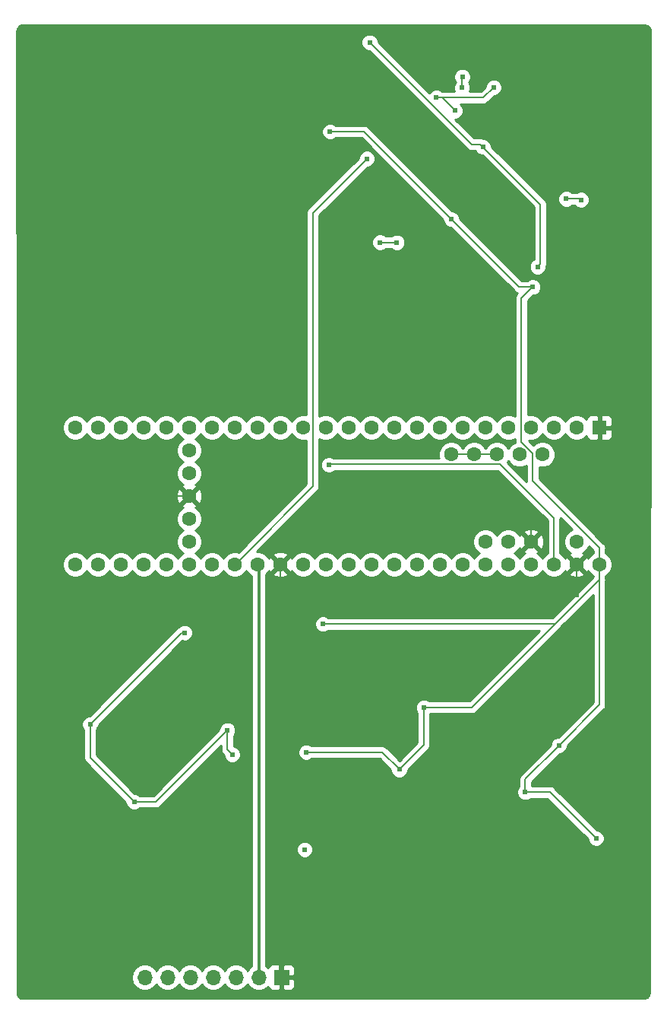
<source format=gbl>
G04 #@! TF.GenerationSoftware,KiCad,Pcbnew,(5.0.1)-4*
G04 #@! TF.CreationDate,2019-11-28T20:44:47-06:00*
G04 #@! TF.ProjectId,new_synth_transistor,6E65775F73796E74685F7472616E7369,rev?*
G04 #@! TF.SameCoordinates,Original*
G04 #@! TF.FileFunction,Copper,L2,Bot,Signal*
G04 #@! TF.FilePolarity,Positive*
%FSLAX46Y46*%
G04 Gerber Fmt 4.6, Leading zero omitted, Abs format (unit mm)*
G04 Created by KiCad (PCBNEW (5.0.1)-4) date 11/28/2019 8:44:47 PM*
%MOMM*%
%LPD*%
G01*
G04 APERTURE LIST*
G04 #@! TA.AperFunction,ComponentPad*
%ADD10C,1.600000*%
G04 #@! TD*
G04 #@! TA.AperFunction,ComponentPad*
%ADD11R,1.600000X1.600000*%
G04 #@! TD*
G04 #@! TA.AperFunction,ComponentPad*
%ADD12O,1.700000X1.700000*%
G04 #@! TD*
G04 #@! TA.AperFunction,ComponentPad*
%ADD13R,1.700000X1.700000*%
G04 #@! TD*
G04 #@! TA.AperFunction,ViaPad*
%ADD14C,0.609600*%
G04 #@! TD*
G04 #@! TA.AperFunction,Conductor*
%ADD15C,0.152400*%
G04 #@! TD*
G04 #@! TA.AperFunction,Conductor*
%ADD16C,0.304800*%
G04 #@! TD*
G04 #@! TA.AperFunction,Conductor*
%ADD17C,0.254000*%
G04 #@! TD*
G04 APERTURE END LIST*
D10*
G04 #@! TO.P,U8,17*
G04 #@! TO.N,Net-(U8-Pad17)*
X237154720Y-60258960D03*
G04 #@! TO.P,U8,18*
G04 #@! TO.N,Net-(U8-Pad18)*
X234614720Y-60258960D03*
G04 #@! TO.P,U8,19*
G04 #@! TO.N,Net-(U8-Pad19)*
X232074720Y-60258960D03*
G04 #@! TO.P,U8,20*
G04 #@! TO.N,Net-(U8-Pad20)*
X229534720Y-60258960D03*
G04 #@! TO.P,U8,16*
G04 #@! TO.N,Net-(U8-Pad16)*
X239694720Y-60258960D03*
G04 #@! TO.P,U8,15*
G04 #@! TO.N,+3V3*
X242234720Y-60258960D03*
G04 #@! TO.P,U8,14*
G04 #@! TO.N,Net-(U8-Pad14)*
X244774720Y-60258960D03*
G04 #@! TO.P,U8,21*
G04 #@! TO.N,Net-(U8-Pad21)*
X226994720Y-60258960D03*
G04 #@! TO.P,U8,22*
G04 #@! TO.N,Net-(U8-Pad22)*
X224454720Y-60258960D03*
G04 #@! TO.P,U8,23*
G04 #@! TO.N,Net-(U8-Pad23)*
X221914720Y-60258960D03*
G04 #@! TO.P,U8,24*
G04 #@! TO.N,Net-(U8-Pad24)*
X219374720Y-60258960D03*
G04 #@! TO.P,U8,25*
G04 #@! TO.N,Net-(U8-Pad25)*
X232074720Y-62798960D03*
G04 #@! TO.P,U8,26*
G04 #@! TO.N,+3V3*
X232074720Y-65338960D03*
G04 #@! TO.P,U8,27*
G04 #@! TO.N,GND*
X232074720Y-67878960D03*
G04 #@! TO.P,U8,28*
G04 #@! TO.N,Net-(U8-Pad28)*
X232074720Y-70418960D03*
G04 #@! TO.P,U8,29*
G04 #@! TO.N,Net-(U8-Pad29)*
X232074720Y-72958960D03*
G04 #@! TO.P,U8,30*
G04 #@! TO.N,/L1*
X219374720Y-75498960D03*
G04 #@! TO.P,U8,31*
G04 #@! TO.N,/L2*
X221914720Y-75498960D03*
G04 #@! TO.P,U8,32*
G04 #@! TO.N,/L3*
X224454720Y-75498960D03*
G04 #@! TO.P,U8,33*
G04 #@! TO.N,/L4*
X226994720Y-75498960D03*
G04 #@! TO.P,U8,34*
G04 #@! TO.N,/L5*
X229534720Y-75498960D03*
G04 #@! TO.P,U8,35*
G04 #@! TO.N,/L6*
X232074720Y-75498960D03*
G04 #@! TO.P,U8,36*
G04 #@! TO.N,/L7*
X234614720Y-75498960D03*
G04 #@! TO.P,U8,37*
G04 #@! TO.N,/SIGNAL*
X237154720Y-75498960D03*
G04 #@! TO.P,U8,13*
G04 #@! TO.N,Net-(U8-Pad13)*
X247314720Y-60258960D03*
G04 #@! TO.P,U8,12*
G04 #@! TO.N,Net-(U8-Pad12)*
X249854720Y-60258960D03*
G04 #@! TO.P,U8,11*
G04 #@! TO.N,Net-(U8-Pad11)*
X252394720Y-60258960D03*
G04 #@! TO.P,U8,10*
G04 #@! TO.N,Net-(U8-Pad10)*
X254934720Y-60258960D03*
G04 #@! TO.P,U8,9*
G04 #@! TO.N,Net-(U8-Pad9)*
X257474720Y-60258960D03*
G04 #@! TO.P,U8,8*
G04 #@! TO.N,Net-(U8-Pad8)*
X260014720Y-60258960D03*
G04 #@! TO.P,U8,7*
G04 #@! TO.N,Net-(U8-Pad7)*
X262554720Y-60258960D03*
G04 #@! TO.P,U8,6*
G04 #@! TO.N,Net-(U8-Pad6)*
X265094720Y-60258960D03*
G04 #@! TO.P,U8,5*
G04 #@! TO.N,Net-(U8-Pad5)*
X267634720Y-60258960D03*
G04 #@! TO.P,U8,4*
G04 #@! TO.N,Net-(U8-Pad4)*
X270174720Y-60258960D03*
G04 #@! TO.P,U8,3*
G04 #@! TO.N,Net-(U8-Pad3)*
X272714720Y-60258960D03*
G04 #@! TO.P,U8,2*
G04 #@! TO.N,Net-(U8-Pad2)*
X275254720Y-60258960D03*
D11*
G04 #@! TO.P,U8,1*
G04 #@! TO.N,GND*
X277794720Y-60258960D03*
D10*
G04 #@! TO.P,U8,38*
G04 #@! TO.N,/TONE*
X239694720Y-75498960D03*
G04 #@! TO.P,U8,39*
G04 #@! TO.N,GND*
X242234720Y-75498960D03*
G04 #@! TO.P,U8,40*
G04 #@! TO.N,Net-(U8-Pad40)*
X244774720Y-75498960D03*
G04 #@! TO.P,U8,41*
G04 #@! TO.N,/ADSR_OUT*
X247314720Y-75498960D03*
G04 #@! TO.P,U8,42*
G04 #@! TO.N,Net-(U8-Pad42)*
X249854720Y-75498960D03*
G04 #@! TO.P,U8,43*
G04 #@! TO.N,Net-(U8-Pad43)*
X252394720Y-75498960D03*
G04 #@! TO.P,U8,44*
G04 #@! TO.N,/T7*
X254934720Y-75498960D03*
G04 #@! TO.P,U8,45*
G04 #@! TO.N,/T6*
X257474720Y-75498960D03*
G04 #@! TO.P,U8,46*
G04 #@! TO.N,/T5*
X260014720Y-75498960D03*
G04 #@! TO.P,U8,47*
G04 #@! TO.N,/T4*
X262554720Y-75498960D03*
G04 #@! TO.P,U8,48*
G04 #@! TO.N,/T3*
X265094720Y-75498960D03*
G04 #@! TO.P,U8,49*
G04 #@! TO.N,/T2*
X267634720Y-75498960D03*
G04 #@! TO.P,U8,50*
G04 #@! TO.N,/T1*
X270174720Y-75498960D03*
G04 #@! TO.P,U8,51*
G04 #@! TO.N,+3V3*
X272714720Y-75498960D03*
G04 #@! TO.P,U8,52*
G04 #@! TO.N,GND*
X275254720Y-75498960D03*
G04 #@! TO.P,U8,53*
G04 #@! TO.N,+5V*
X277794720Y-75498960D03*
G04 #@! TO.P,U8,54*
G04 #@! TO.N,Net-(U8-Pad54)*
X275254720Y-72958960D03*
G04 #@! TO.P,U8,55*
G04 #@! TO.N,GND*
X270174720Y-72958960D03*
G04 #@! TO.P,U8,56*
G04 #@! TO.N,Net-(U8-Pad56)*
X267634720Y-72958960D03*
G04 #@! TO.P,U8,57*
G04 #@! TO.N,Net-(U8-Pad57)*
X265094720Y-72958960D03*
G04 #@! TO.P,U8,58*
G04 #@! TO.N,N/C*
X271444720Y-63258960D03*
G04 #@! TO.P,U8,59*
X268904720Y-63258960D03*
G04 #@! TO.P,U8,60*
X266364720Y-63258960D03*
G04 #@! TO.P,U8,61*
X263824720Y-63258960D03*
G04 #@! TO.P,U8,62*
X261284720Y-63258960D03*
G04 #@! TD*
D12*
G04 #@! TO.P,J1,7*
G04 #@! TO.N,Net-(J1-Pad7)*
X227116640Y-121452640D03*
G04 #@! TO.P,J1,6*
G04 #@! TO.N,Net-(J1-Pad6)*
X229656640Y-121452640D03*
G04 #@! TO.P,J1,5*
G04 #@! TO.N,Net-(J1-Pad5)*
X232196640Y-121452640D03*
G04 #@! TO.P,J1,4*
G04 #@! TO.N,Net-(J1-Pad4)*
X234736640Y-121452640D03*
G04 #@! TO.P,J1,3*
G04 #@! TO.N,Net-(J1-Pad3)*
X237276640Y-121452640D03*
G04 #@! TO.P,J1,2*
G04 #@! TO.N,/TONE*
X239816640Y-121452640D03*
D13*
G04 #@! TO.P,J1,1*
G04 #@! TO.N,GND*
X242356640Y-121452640D03*
G04 #@! TD*
D14*
G04 #@! TO.N,Net-(Q1-Pad3)*
X262512420Y-21213542D03*
X262492100Y-22453062D03*
G04 #@! TO.N,GND*
X269110460Y-65128140D03*
X270301720Y-56522620D03*
X236651800Y-107589320D03*
X247599200Y-100568760D03*
X246761000Y-121371360D03*
X222016320Y-93832680D03*
X218851480Y-85135720D03*
X238511080Y-83479640D03*
X236357160Y-98907600D03*
X231536240Y-91937840D03*
X243819680Y-92989400D03*
X247489894Y-89227574D03*
X260446520Y-97195640D03*
X261609840Y-103362760D03*
X267258800Y-111566960D03*
X281731720Y-101244400D03*
X276717760Y-98806000D03*
X269483840Y-97586800D03*
X269956280Y-91683840D03*
X270149320Y-69682360D03*
X242234720Y-79349600D03*
X229052120Y-67868800D03*
X243027200Y-42042080D03*
X275263021Y-78890541D03*
X266959080Y-56588660D03*
G04 #@! TO.N,+3V3*
X247629680Y-64414400D03*
G04 #@! TO.N,GNDREF*
X252181360Y-17388840D03*
X264825480Y-29042360D03*
X270901160Y-42367200D03*
G04 #@! TO.N,+5V*
X277428960Y-105984040D03*
X258221480Y-91399360D03*
X231566720Y-83093560D03*
X244942360Y-107223560D03*
X255483360Y-98308160D03*
X221020640Y-93278960D03*
X225938080Y-101909880D03*
X236321600Y-93944440D03*
X236870240Y-96641920D03*
X245125240Y-96398080D03*
X270357600Y-44607480D03*
X261294880Y-37068760D03*
X247771920Y-27330400D03*
X269529560Y-100832920D03*
X273293840Y-95615760D03*
X246964200Y-82123280D03*
G04 #@! TO.N,/SIGNAL*
X251876560Y-30332680D03*
G04 #@! TO.N,/ADSR_OUT*
X275737320Y-34904680D03*
X274091400Y-34808160D03*
G04 #@! TO.N,Net-(Q4-Pad3)*
X253344680Y-39644320D03*
X255209040Y-39654480D03*
G04 #@! TO.N,/2B*
X261680960Y-24988520D03*
X259616590Y-23540720D03*
X266009120Y-22402800D03*
G04 #@! TD*
D15*
G04 #@! TO.N,*
X262416090Y-63258960D02*
X263824720Y-63258960D01*
X261284720Y-63258960D02*
X262416090Y-63258960D01*
X264956090Y-63258960D02*
X266364720Y-63258960D01*
X263824720Y-63258960D02*
X264956090Y-63258960D01*
G04 #@! TO.N,Net-(Q1-Pad3)*
X262492100Y-22453062D02*
X262492100Y-22022010D01*
X262492100Y-21233862D02*
X262512420Y-21213542D01*
X262492100Y-22022010D02*
X262492100Y-21233862D01*
D16*
G04 #@! TO.N,GND*
X242234720Y-121330720D02*
X242356640Y-121452640D01*
D15*
X277794720Y-60258960D02*
X277794720Y-56728360D01*
X232074720Y-67878960D02*
X229062280Y-67878960D01*
X229062280Y-67878960D02*
X229052120Y-67868800D01*
X242234720Y-75498960D02*
X242234720Y-79349600D01*
D16*
X242234720Y-79349600D02*
X242234720Y-121330720D01*
D15*
X270174720Y-72958960D02*
X270174720Y-69707760D01*
X270174720Y-69707760D02*
X270149320Y-69682360D01*
X242356640Y-121452640D02*
X246679720Y-121452640D01*
X246679720Y-121452640D02*
X246761000Y-121371360D01*
X275254720Y-78882240D02*
X275263021Y-78890541D01*
X275254720Y-75498960D02*
X275254720Y-78882240D01*
G04 #@! TO.N,+3V3*
X272714720Y-75498960D02*
X272714720Y-70317360D01*
X266732521Y-64335161D02*
X247820679Y-64335161D01*
X272714720Y-70317360D02*
X266732521Y-64335161D01*
X247820679Y-64335161D02*
X247741440Y-64414400D01*
X247741440Y-64414400D02*
X247629680Y-64414400D01*
G04 #@! TO.N,GNDREF*
X263530081Y-28737561D02*
X252486159Y-17693639D01*
X264520681Y-28737561D02*
X263530081Y-28737561D01*
X252486159Y-17693639D02*
X252181360Y-17388840D01*
X264825480Y-29042360D02*
X264520681Y-28737561D01*
X265130279Y-29347159D02*
X264825480Y-29042360D01*
X271205959Y-42062401D02*
X271205959Y-35422839D01*
X271205959Y-35422839D02*
X265130279Y-29347159D01*
X270901160Y-42367200D02*
X271205959Y-42062401D01*
G04 #@! TO.N,+5V*
X251556520Y-27330400D02*
X261294880Y-37068760D01*
X247771920Y-27330400D02*
X251556520Y-27330400D01*
X268833600Y-44607480D02*
X270357600Y-44607480D01*
X261294880Y-37068760D02*
X268833600Y-44607480D01*
X270368519Y-63129981D02*
X270368519Y-66223639D01*
X269098519Y-61859981D02*
X270368519Y-63129981D01*
X270357600Y-44607480D02*
X269098519Y-45866561D01*
X269098519Y-45866561D02*
X269098519Y-61859981D01*
X277794720Y-73649840D02*
X277794720Y-75498960D01*
X270368519Y-66223639D02*
X277794720Y-73649840D01*
X269529560Y-100832920D02*
X269529560Y-99380040D01*
X277794720Y-91114880D02*
X277794720Y-75498960D01*
X269529560Y-99380040D02*
X273293840Y-95615760D01*
X273293840Y-95615760D02*
X277794720Y-91114880D01*
X258221480Y-95570040D02*
X258221480Y-91399360D01*
X255483360Y-98308160D02*
X258221480Y-95570040D01*
X277794720Y-76630330D02*
X277794720Y-75498960D01*
X258221480Y-91399360D02*
X263575876Y-91399360D01*
X277794720Y-77180516D02*
X277794720Y-76630330D01*
X253573280Y-96398080D02*
X255483360Y-98308160D01*
X245125240Y-96398080D02*
X253573280Y-96398080D01*
X236321600Y-96093280D02*
X236870240Y-96641920D01*
X236321600Y-93944440D02*
X236321600Y-96093280D01*
X228356160Y-101909880D02*
X236321600Y-93944440D01*
X225938080Y-101909880D02*
X228356160Y-101909880D01*
X221020640Y-96992440D02*
X225938080Y-101909880D01*
X221020640Y-93278960D02*
X221020640Y-96992440D01*
X231206040Y-83093560D02*
X231566720Y-83093560D01*
X221020640Y-93278960D02*
X231206040Y-83093560D01*
X272851956Y-82123280D02*
X272948400Y-82026836D01*
X246964200Y-82123280D02*
X272851956Y-82123280D01*
X263575876Y-91399360D02*
X272948400Y-82026836D01*
X272948400Y-82026836D02*
X277794720Y-77180516D01*
X272277840Y-100832920D02*
X277428960Y-105984040D01*
X269529560Y-100832920D02*
X272277840Y-100832920D01*
G04 #@! TO.N,/SIGNAL*
X237954719Y-74698961D02*
X237154720Y-75498960D01*
X245850921Y-36358319D02*
X245850921Y-66802759D01*
X245850921Y-66802759D02*
X237954719Y-74698961D01*
X251876560Y-30332680D02*
X245850921Y-36358319D01*
G04 #@! TO.N,/ADSR_OUT*
X275640800Y-34808160D02*
X275737320Y-34904680D01*
X274091400Y-34808160D02*
X275640800Y-34808160D01*
G04 #@! TO.N,Net-(Q4-Pad3)*
X255209040Y-39654480D02*
X254777988Y-39654480D01*
X254777988Y-39654480D02*
X253354840Y-39654480D01*
X253354840Y-39654480D02*
X253344680Y-39644320D01*
G04 #@! TO.N,/2B*
X264871200Y-23540720D02*
X260047642Y-23540720D01*
X260047642Y-23540720D02*
X259616590Y-23540720D01*
X266009120Y-22402800D02*
X264871200Y-23540720D01*
X260233160Y-23540720D02*
X259616590Y-23540720D01*
X261680960Y-24988520D02*
X260233160Y-23540720D01*
D16*
G04 #@! TO.N,/TONE*
X239816640Y-75620880D02*
X239694720Y-75498960D01*
X239816640Y-121452640D02*
X239816640Y-75620880D01*
G04 #@! TD*
D17*
G04 #@! TO.N,GND*
G36*
X283092005Y-15542990D02*
X283255719Y-15634154D01*
X283378378Y-15775811D01*
X283453752Y-15973311D01*
X283465539Y-16121798D01*
X283399675Y-123065490D01*
X283383027Y-123108455D01*
X283324351Y-123405344D01*
X283234770Y-123553380D01*
X283099957Y-123661852D01*
X282901633Y-123729446D01*
X282802414Y-123737050D01*
X282789546Y-123740350D01*
X213558776Y-123795949D01*
X213258844Y-123746192D01*
X213107987Y-123657262D01*
X212999256Y-123519983D01*
X212936708Y-123318926D01*
X212922414Y-93092022D01*
X220080840Y-93092022D01*
X220080840Y-93465898D01*
X220223916Y-93811314D01*
X220309440Y-93896838D01*
X220309441Y-96922394D01*
X220295508Y-96992440D01*
X220350705Y-97269936D01*
X220468216Y-97445804D01*
X220468219Y-97445807D01*
X220507895Y-97505186D01*
X220567274Y-97544862D01*
X224998280Y-101975869D01*
X224998280Y-102096818D01*
X225141356Y-102442234D01*
X225405726Y-102706604D01*
X225751142Y-102849680D01*
X226125018Y-102849680D01*
X226470434Y-102706604D01*
X226555958Y-102621080D01*
X228286119Y-102621080D01*
X228356160Y-102635012D01*
X228426201Y-102621080D01*
X228426206Y-102621080D01*
X228633656Y-102579816D01*
X228868906Y-102422626D01*
X228908584Y-102363244D01*
X235610401Y-95661428D01*
X235610401Y-96023234D01*
X235596468Y-96093280D01*
X235651665Y-96370776D01*
X235769176Y-96546644D01*
X235769179Y-96546647D01*
X235808855Y-96606026D01*
X235868234Y-96645702D01*
X235930440Y-96707908D01*
X235930440Y-96828858D01*
X236073516Y-97174274D01*
X236337886Y-97438644D01*
X236683302Y-97581720D01*
X237057178Y-97581720D01*
X237402594Y-97438644D01*
X237666964Y-97174274D01*
X237810040Y-96828858D01*
X237810040Y-96454982D01*
X237666964Y-96109566D01*
X237402594Y-95845196D01*
X237057178Y-95702120D01*
X237032800Y-95702120D01*
X237032800Y-94562318D01*
X237118324Y-94476794D01*
X237261400Y-94131378D01*
X237261400Y-93757502D01*
X237118324Y-93412086D01*
X236853954Y-93147716D01*
X236508538Y-93004640D01*
X236134662Y-93004640D01*
X235789246Y-93147716D01*
X235524876Y-93412086D01*
X235381800Y-93757502D01*
X235381800Y-93878451D01*
X228061572Y-101198680D01*
X226555958Y-101198680D01*
X226470434Y-101113156D01*
X226125018Y-100970080D01*
X226004069Y-100970080D01*
X221731840Y-96697852D01*
X221731840Y-93896838D01*
X221817364Y-93811314D01*
X221960440Y-93465898D01*
X221960440Y-93344948D01*
X231303589Y-84001800D01*
X231379782Y-84033360D01*
X231753658Y-84033360D01*
X232099074Y-83890284D01*
X232363444Y-83625914D01*
X232506520Y-83280498D01*
X232506520Y-82906622D01*
X232363444Y-82561206D01*
X232099074Y-82296836D01*
X231753658Y-82153760D01*
X231379782Y-82153760D01*
X231034366Y-82296836D01*
X230865359Y-82465843D01*
X230752675Y-82541136D01*
X230752673Y-82541138D01*
X230693294Y-82580814D01*
X230653618Y-82640193D01*
X220954652Y-92339160D01*
X220833702Y-92339160D01*
X220488286Y-92482236D01*
X220223916Y-92746606D01*
X220080840Y-93092022D01*
X212922414Y-93092022D01*
X212910388Y-67662183D01*
X230627755Y-67662183D01*
X230654942Y-68232414D01*
X230820856Y-68632965D01*
X231066975Y-68707099D01*
X231895115Y-67878960D01*
X232254325Y-67878960D01*
X233082465Y-68707099D01*
X233328584Y-68632965D01*
X233521685Y-68095737D01*
X233494498Y-67525506D01*
X233328584Y-67124955D01*
X233082465Y-67050821D01*
X232254325Y-67878960D01*
X231895115Y-67878960D01*
X231066975Y-67050821D01*
X230820856Y-67124955D01*
X230627755Y-67662183D01*
X212910388Y-67662183D01*
X212906751Y-59973521D01*
X217939720Y-59973521D01*
X217939720Y-60544399D01*
X218158186Y-61071822D01*
X218561858Y-61475494D01*
X219089281Y-61693960D01*
X219660159Y-61693960D01*
X220187582Y-61475494D01*
X220591254Y-61071822D01*
X220644720Y-60942744D01*
X220698186Y-61071822D01*
X221101858Y-61475494D01*
X221629281Y-61693960D01*
X222200159Y-61693960D01*
X222727582Y-61475494D01*
X223131254Y-61071822D01*
X223184720Y-60942744D01*
X223238186Y-61071822D01*
X223641858Y-61475494D01*
X224169281Y-61693960D01*
X224740159Y-61693960D01*
X225267582Y-61475494D01*
X225671254Y-61071822D01*
X225724720Y-60942744D01*
X225778186Y-61071822D01*
X226181858Y-61475494D01*
X226709281Y-61693960D01*
X227280159Y-61693960D01*
X227807582Y-61475494D01*
X228211254Y-61071822D01*
X228264720Y-60942744D01*
X228318186Y-61071822D01*
X228721858Y-61475494D01*
X229249281Y-61693960D01*
X229820159Y-61693960D01*
X230347582Y-61475494D01*
X230751254Y-61071822D01*
X230804720Y-60942744D01*
X230858186Y-61071822D01*
X231261858Y-61475494D01*
X231390936Y-61528960D01*
X231261858Y-61582426D01*
X230858186Y-61986098D01*
X230639720Y-62513521D01*
X230639720Y-63084399D01*
X230858186Y-63611822D01*
X231261858Y-64015494D01*
X231390936Y-64068960D01*
X231261858Y-64122426D01*
X230858186Y-64526098D01*
X230639720Y-65053521D01*
X230639720Y-65624399D01*
X230858186Y-66151822D01*
X231261858Y-66555494D01*
X231375303Y-66602485D01*
X231320715Y-66625096D01*
X231246581Y-66871215D01*
X232074720Y-67699355D01*
X232902859Y-66871215D01*
X232828725Y-66625096D01*
X232770272Y-66604086D01*
X232887582Y-66555494D01*
X233291254Y-66151822D01*
X233509720Y-65624399D01*
X233509720Y-65053521D01*
X233291254Y-64526098D01*
X232887582Y-64122426D01*
X232758504Y-64068960D01*
X232887582Y-64015494D01*
X233291254Y-63611822D01*
X233509720Y-63084399D01*
X233509720Y-62513521D01*
X233291254Y-61986098D01*
X232887582Y-61582426D01*
X232758504Y-61528960D01*
X232887582Y-61475494D01*
X233291254Y-61071822D01*
X233344720Y-60942744D01*
X233398186Y-61071822D01*
X233801858Y-61475494D01*
X234329281Y-61693960D01*
X234900159Y-61693960D01*
X235427582Y-61475494D01*
X235831254Y-61071822D01*
X235884720Y-60942744D01*
X235938186Y-61071822D01*
X236341858Y-61475494D01*
X236869281Y-61693960D01*
X237440159Y-61693960D01*
X237967582Y-61475494D01*
X238371254Y-61071822D01*
X238424720Y-60942744D01*
X238478186Y-61071822D01*
X238881858Y-61475494D01*
X239409281Y-61693960D01*
X239980159Y-61693960D01*
X240507582Y-61475494D01*
X240911254Y-61071822D01*
X240964720Y-60942744D01*
X241018186Y-61071822D01*
X241421858Y-61475494D01*
X241949281Y-61693960D01*
X242520159Y-61693960D01*
X243047582Y-61475494D01*
X243451254Y-61071822D01*
X243504720Y-60942744D01*
X243558186Y-61071822D01*
X243961858Y-61475494D01*
X244489281Y-61693960D01*
X245060159Y-61693960D01*
X245139722Y-61661004D01*
X245139722Y-66508169D01*
X237541822Y-74106070D01*
X237440159Y-74063960D01*
X236869281Y-74063960D01*
X236341858Y-74282426D01*
X235938186Y-74686098D01*
X235884720Y-74815176D01*
X235831254Y-74686098D01*
X235427582Y-74282426D01*
X234900159Y-74063960D01*
X234329281Y-74063960D01*
X233801858Y-74282426D01*
X233398186Y-74686098D01*
X233344720Y-74815176D01*
X233291254Y-74686098D01*
X232887582Y-74282426D01*
X232758504Y-74228960D01*
X232887582Y-74175494D01*
X233291254Y-73771822D01*
X233509720Y-73244399D01*
X233509720Y-72673521D01*
X233291254Y-72146098D01*
X232887582Y-71742426D01*
X232758504Y-71688960D01*
X232887582Y-71635494D01*
X233291254Y-71231822D01*
X233509720Y-70704399D01*
X233509720Y-70133521D01*
X233291254Y-69606098D01*
X232887582Y-69202426D01*
X232774137Y-69155435D01*
X232828725Y-69132824D01*
X232902859Y-68886705D01*
X232074720Y-68058565D01*
X231246581Y-68886705D01*
X231320715Y-69132824D01*
X231379168Y-69153834D01*
X231261858Y-69202426D01*
X230858186Y-69606098D01*
X230639720Y-70133521D01*
X230639720Y-70704399D01*
X230858186Y-71231822D01*
X231261858Y-71635494D01*
X231390936Y-71688960D01*
X231261858Y-71742426D01*
X230858186Y-72146098D01*
X230639720Y-72673521D01*
X230639720Y-73244399D01*
X230858186Y-73771822D01*
X231261858Y-74175494D01*
X231390936Y-74228960D01*
X231261858Y-74282426D01*
X230858186Y-74686098D01*
X230804720Y-74815176D01*
X230751254Y-74686098D01*
X230347582Y-74282426D01*
X229820159Y-74063960D01*
X229249281Y-74063960D01*
X228721858Y-74282426D01*
X228318186Y-74686098D01*
X228264720Y-74815176D01*
X228211254Y-74686098D01*
X227807582Y-74282426D01*
X227280159Y-74063960D01*
X226709281Y-74063960D01*
X226181858Y-74282426D01*
X225778186Y-74686098D01*
X225724720Y-74815176D01*
X225671254Y-74686098D01*
X225267582Y-74282426D01*
X224740159Y-74063960D01*
X224169281Y-74063960D01*
X223641858Y-74282426D01*
X223238186Y-74686098D01*
X223184720Y-74815176D01*
X223131254Y-74686098D01*
X222727582Y-74282426D01*
X222200159Y-74063960D01*
X221629281Y-74063960D01*
X221101858Y-74282426D01*
X220698186Y-74686098D01*
X220644720Y-74815176D01*
X220591254Y-74686098D01*
X220187582Y-74282426D01*
X219660159Y-74063960D01*
X219089281Y-74063960D01*
X218561858Y-74282426D01*
X218158186Y-74686098D01*
X217939720Y-75213521D01*
X217939720Y-75784399D01*
X218158186Y-76311822D01*
X218561858Y-76715494D01*
X219089281Y-76933960D01*
X219660159Y-76933960D01*
X220187582Y-76715494D01*
X220591254Y-76311822D01*
X220644720Y-76182744D01*
X220698186Y-76311822D01*
X221101858Y-76715494D01*
X221629281Y-76933960D01*
X222200159Y-76933960D01*
X222727582Y-76715494D01*
X223131254Y-76311822D01*
X223184720Y-76182744D01*
X223238186Y-76311822D01*
X223641858Y-76715494D01*
X224169281Y-76933960D01*
X224740159Y-76933960D01*
X225267582Y-76715494D01*
X225671254Y-76311822D01*
X225724720Y-76182744D01*
X225778186Y-76311822D01*
X226181858Y-76715494D01*
X226709281Y-76933960D01*
X227280159Y-76933960D01*
X227807582Y-76715494D01*
X228211254Y-76311822D01*
X228264720Y-76182744D01*
X228318186Y-76311822D01*
X228721858Y-76715494D01*
X229249281Y-76933960D01*
X229820159Y-76933960D01*
X230347582Y-76715494D01*
X230751254Y-76311822D01*
X230804720Y-76182744D01*
X230858186Y-76311822D01*
X231261858Y-76715494D01*
X231789281Y-76933960D01*
X232360159Y-76933960D01*
X232887582Y-76715494D01*
X233291254Y-76311822D01*
X233344720Y-76182744D01*
X233398186Y-76311822D01*
X233801858Y-76715494D01*
X234329281Y-76933960D01*
X234900159Y-76933960D01*
X235427582Y-76715494D01*
X235831254Y-76311822D01*
X235884720Y-76182744D01*
X235938186Y-76311822D01*
X236341858Y-76715494D01*
X236869281Y-76933960D01*
X237440159Y-76933960D01*
X237967582Y-76715494D01*
X238371254Y-76311822D01*
X238424720Y-76182744D01*
X238478186Y-76311822D01*
X238881858Y-76715494D01*
X239029241Y-76776542D01*
X239029240Y-120192770D01*
X238746015Y-120382015D01*
X238546640Y-120680401D01*
X238347265Y-120382015D01*
X237856058Y-120053801D01*
X237422896Y-119967640D01*
X237130384Y-119967640D01*
X236697222Y-120053801D01*
X236206015Y-120382015D01*
X236006640Y-120680401D01*
X235807265Y-120382015D01*
X235316058Y-120053801D01*
X234882896Y-119967640D01*
X234590384Y-119967640D01*
X234157222Y-120053801D01*
X233666015Y-120382015D01*
X233466640Y-120680401D01*
X233267265Y-120382015D01*
X232776058Y-120053801D01*
X232342896Y-119967640D01*
X232050384Y-119967640D01*
X231617222Y-120053801D01*
X231126015Y-120382015D01*
X230926640Y-120680401D01*
X230727265Y-120382015D01*
X230236058Y-120053801D01*
X229802896Y-119967640D01*
X229510384Y-119967640D01*
X229077222Y-120053801D01*
X228586015Y-120382015D01*
X228386640Y-120680401D01*
X228187265Y-120382015D01*
X227696058Y-120053801D01*
X227262896Y-119967640D01*
X226970384Y-119967640D01*
X226537222Y-120053801D01*
X226046015Y-120382015D01*
X225717801Y-120873222D01*
X225602548Y-121452640D01*
X225717801Y-122032058D01*
X226046015Y-122523265D01*
X226537222Y-122851479D01*
X226970384Y-122937640D01*
X227262896Y-122937640D01*
X227696058Y-122851479D01*
X228187265Y-122523265D01*
X228386640Y-122224879D01*
X228586015Y-122523265D01*
X229077222Y-122851479D01*
X229510384Y-122937640D01*
X229802896Y-122937640D01*
X230236058Y-122851479D01*
X230727265Y-122523265D01*
X230926640Y-122224879D01*
X231126015Y-122523265D01*
X231617222Y-122851479D01*
X232050384Y-122937640D01*
X232342896Y-122937640D01*
X232776058Y-122851479D01*
X233267265Y-122523265D01*
X233466640Y-122224879D01*
X233666015Y-122523265D01*
X234157222Y-122851479D01*
X234590384Y-122937640D01*
X234882896Y-122937640D01*
X235316058Y-122851479D01*
X235807265Y-122523265D01*
X236006640Y-122224879D01*
X236206015Y-122523265D01*
X236697222Y-122851479D01*
X237130384Y-122937640D01*
X237422896Y-122937640D01*
X237856058Y-122851479D01*
X238347265Y-122523265D01*
X238546640Y-122224879D01*
X238746015Y-122523265D01*
X239237222Y-122851479D01*
X239670384Y-122937640D01*
X239962896Y-122937640D01*
X240396058Y-122851479D01*
X240887265Y-122523265D01*
X240901736Y-122501607D01*
X240968313Y-122662338D01*
X241146941Y-122840967D01*
X241380330Y-122937640D01*
X242070890Y-122937640D01*
X242229640Y-122778890D01*
X242229640Y-121579640D01*
X242483640Y-121579640D01*
X242483640Y-122778890D01*
X242642390Y-122937640D01*
X243332950Y-122937640D01*
X243566339Y-122840967D01*
X243744967Y-122662338D01*
X243841640Y-122428949D01*
X243841640Y-121738390D01*
X243682890Y-121579640D01*
X242483640Y-121579640D01*
X242229640Y-121579640D01*
X242209640Y-121579640D01*
X242209640Y-121325640D01*
X242229640Y-121325640D01*
X242229640Y-120126390D01*
X242483640Y-120126390D01*
X242483640Y-121325640D01*
X243682890Y-121325640D01*
X243841640Y-121166890D01*
X243841640Y-120476331D01*
X243744967Y-120242942D01*
X243566339Y-120064313D01*
X243332950Y-119967640D01*
X242642390Y-119967640D01*
X242483640Y-120126390D01*
X242229640Y-120126390D01*
X242070890Y-119967640D01*
X241380330Y-119967640D01*
X241146941Y-120064313D01*
X240968313Y-120242942D01*
X240901736Y-120403673D01*
X240887265Y-120382015D01*
X240604040Y-120192770D01*
X240604040Y-107036622D01*
X244002560Y-107036622D01*
X244002560Y-107410498D01*
X244145636Y-107755914D01*
X244410006Y-108020284D01*
X244755422Y-108163360D01*
X245129298Y-108163360D01*
X245474714Y-108020284D01*
X245739084Y-107755914D01*
X245882160Y-107410498D01*
X245882160Y-107036622D01*
X245739084Y-106691206D01*
X245474714Y-106426836D01*
X245129298Y-106283760D01*
X244755422Y-106283760D01*
X244410006Y-106426836D01*
X244145636Y-106691206D01*
X244002560Y-107036622D01*
X240604040Y-107036622D01*
X240604040Y-76619036D01*
X240716371Y-76506705D01*
X241406581Y-76506705D01*
X241480715Y-76752824D01*
X242017943Y-76945925D01*
X242588174Y-76918738D01*
X242988725Y-76752824D01*
X243062859Y-76506705D01*
X242234720Y-75678565D01*
X241406581Y-76506705D01*
X240716371Y-76506705D01*
X240911254Y-76311822D01*
X240958245Y-76198377D01*
X240980856Y-76252965D01*
X241226975Y-76327099D01*
X242055115Y-75498960D01*
X241226975Y-74670821D01*
X240980856Y-74744955D01*
X240959846Y-74803408D01*
X240911254Y-74686098D01*
X240716371Y-74491215D01*
X241406581Y-74491215D01*
X242234720Y-75319355D01*
X243062859Y-74491215D01*
X242988725Y-74245096D01*
X242451497Y-74051995D01*
X241881266Y-74079182D01*
X241480715Y-74245096D01*
X241406581Y-74491215D01*
X240716371Y-74491215D01*
X240507582Y-74282426D01*
X239980159Y-74063960D01*
X239595508Y-74063960D01*
X246304288Y-67355181D01*
X246363667Y-67315505D01*
X246403343Y-67256126D01*
X246403345Y-67256124D01*
X246520856Y-67080256D01*
X246520857Y-67080255D01*
X246562121Y-66872805D01*
X246562121Y-66872801D01*
X246576053Y-66802759D01*
X246562121Y-66732717D01*
X246562121Y-61500456D01*
X247029281Y-61693960D01*
X247600159Y-61693960D01*
X248127582Y-61475494D01*
X248531254Y-61071822D01*
X248584720Y-60942744D01*
X248638186Y-61071822D01*
X249041858Y-61475494D01*
X249569281Y-61693960D01*
X250140159Y-61693960D01*
X250667582Y-61475494D01*
X251071254Y-61071822D01*
X251124720Y-60942744D01*
X251178186Y-61071822D01*
X251581858Y-61475494D01*
X252109281Y-61693960D01*
X252680159Y-61693960D01*
X253207582Y-61475494D01*
X253611254Y-61071822D01*
X253664720Y-60942744D01*
X253718186Y-61071822D01*
X254121858Y-61475494D01*
X254649281Y-61693960D01*
X255220159Y-61693960D01*
X255747582Y-61475494D01*
X256151254Y-61071822D01*
X256204720Y-60942744D01*
X256258186Y-61071822D01*
X256661858Y-61475494D01*
X257189281Y-61693960D01*
X257760159Y-61693960D01*
X258287582Y-61475494D01*
X258691254Y-61071822D01*
X258744720Y-60942744D01*
X258798186Y-61071822D01*
X259201858Y-61475494D01*
X259729281Y-61693960D01*
X260300159Y-61693960D01*
X260827582Y-61475494D01*
X261231254Y-61071822D01*
X261284720Y-60942744D01*
X261338186Y-61071822D01*
X261741858Y-61475494D01*
X262269281Y-61693960D01*
X262840159Y-61693960D01*
X263367582Y-61475494D01*
X263771254Y-61071822D01*
X263824720Y-60942744D01*
X263878186Y-61071822D01*
X264281858Y-61475494D01*
X264809281Y-61693960D01*
X265380159Y-61693960D01*
X265907582Y-61475494D01*
X266311254Y-61071822D01*
X266364720Y-60942744D01*
X266418186Y-61071822D01*
X266821858Y-61475494D01*
X267349281Y-61693960D01*
X267920159Y-61693960D01*
X268387320Y-61500455D01*
X268387320Y-61789935D01*
X268373387Y-61859981D01*
X268385485Y-61920802D01*
X268091858Y-62042426D01*
X267688186Y-62446098D01*
X267634720Y-62575176D01*
X267581254Y-62446098D01*
X267177582Y-62042426D01*
X266650159Y-61823960D01*
X266079281Y-61823960D01*
X265551858Y-62042426D01*
X265148186Y-62446098D01*
X265106076Y-62547760D01*
X265083364Y-62547760D01*
X265041254Y-62446098D01*
X264637582Y-62042426D01*
X264110159Y-61823960D01*
X263539281Y-61823960D01*
X263011858Y-62042426D01*
X262608186Y-62446098D01*
X262566076Y-62547760D01*
X262543364Y-62547760D01*
X262501254Y-62446098D01*
X262097582Y-62042426D01*
X261570159Y-61823960D01*
X260999281Y-61823960D01*
X260471858Y-62042426D01*
X260068186Y-62446098D01*
X259849720Y-62973521D01*
X259849720Y-63544399D01*
X259882676Y-63623961D01*
X248168319Y-63623961D01*
X248162034Y-63617676D01*
X247816618Y-63474600D01*
X247442742Y-63474600D01*
X247097326Y-63617676D01*
X246832956Y-63882046D01*
X246689880Y-64227462D01*
X246689880Y-64601338D01*
X246832956Y-64946754D01*
X247097326Y-65211124D01*
X247442742Y-65354200D01*
X247816618Y-65354200D01*
X248162034Y-65211124D01*
X248326797Y-65046361D01*
X266437933Y-65046361D01*
X272003521Y-70611950D01*
X272003520Y-74240316D01*
X271901858Y-74282426D01*
X271498186Y-74686098D01*
X271444720Y-74815176D01*
X271391254Y-74686098D01*
X270987582Y-74282426D01*
X270874137Y-74235435D01*
X270928725Y-74212824D01*
X271002859Y-73966705D01*
X270174720Y-73138565D01*
X269346581Y-73966705D01*
X269420715Y-74212824D01*
X269479168Y-74233834D01*
X269361858Y-74282426D01*
X268958186Y-74686098D01*
X268904720Y-74815176D01*
X268851254Y-74686098D01*
X268447582Y-74282426D01*
X268318504Y-74228960D01*
X268447582Y-74175494D01*
X268851254Y-73771822D01*
X268898245Y-73658377D01*
X268920856Y-73712965D01*
X269166975Y-73787099D01*
X269995115Y-72958960D01*
X270354325Y-72958960D01*
X271182465Y-73787099D01*
X271428584Y-73712965D01*
X271621685Y-73175737D01*
X271594498Y-72605506D01*
X271428584Y-72204955D01*
X271182465Y-72130821D01*
X270354325Y-72958960D01*
X269995115Y-72958960D01*
X269166975Y-72130821D01*
X268920856Y-72204955D01*
X268899846Y-72263408D01*
X268851254Y-72146098D01*
X268656371Y-71951215D01*
X269346581Y-71951215D01*
X270174720Y-72779355D01*
X271002859Y-71951215D01*
X270928725Y-71705096D01*
X270391497Y-71511995D01*
X269821266Y-71539182D01*
X269420715Y-71705096D01*
X269346581Y-71951215D01*
X268656371Y-71951215D01*
X268447582Y-71742426D01*
X267920159Y-71523960D01*
X267349281Y-71523960D01*
X266821858Y-71742426D01*
X266418186Y-72146098D01*
X266364720Y-72275176D01*
X266311254Y-72146098D01*
X265907582Y-71742426D01*
X265380159Y-71523960D01*
X264809281Y-71523960D01*
X264281858Y-71742426D01*
X263878186Y-72146098D01*
X263659720Y-72673521D01*
X263659720Y-73244399D01*
X263878186Y-73771822D01*
X264281858Y-74175494D01*
X264410936Y-74228960D01*
X264281858Y-74282426D01*
X263878186Y-74686098D01*
X263824720Y-74815176D01*
X263771254Y-74686098D01*
X263367582Y-74282426D01*
X262840159Y-74063960D01*
X262269281Y-74063960D01*
X261741858Y-74282426D01*
X261338186Y-74686098D01*
X261284720Y-74815176D01*
X261231254Y-74686098D01*
X260827582Y-74282426D01*
X260300159Y-74063960D01*
X259729281Y-74063960D01*
X259201858Y-74282426D01*
X258798186Y-74686098D01*
X258744720Y-74815176D01*
X258691254Y-74686098D01*
X258287582Y-74282426D01*
X257760159Y-74063960D01*
X257189281Y-74063960D01*
X256661858Y-74282426D01*
X256258186Y-74686098D01*
X256204720Y-74815176D01*
X256151254Y-74686098D01*
X255747582Y-74282426D01*
X255220159Y-74063960D01*
X254649281Y-74063960D01*
X254121858Y-74282426D01*
X253718186Y-74686098D01*
X253664720Y-74815176D01*
X253611254Y-74686098D01*
X253207582Y-74282426D01*
X252680159Y-74063960D01*
X252109281Y-74063960D01*
X251581858Y-74282426D01*
X251178186Y-74686098D01*
X251124720Y-74815176D01*
X251071254Y-74686098D01*
X250667582Y-74282426D01*
X250140159Y-74063960D01*
X249569281Y-74063960D01*
X249041858Y-74282426D01*
X248638186Y-74686098D01*
X248584720Y-74815176D01*
X248531254Y-74686098D01*
X248127582Y-74282426D01*
X247600159Y-74063960D01*
X247029281Y-74063960D01*
X246501858Y-74282426D01*
X246098186Y-74686098D01*
X246044720Y-74815176D01*
X245991254Y-74686098D01*
X245587582Y-74282426D01*
X245060159Y-74063960D01*
X244489281Y-74063960D01*
X243961858Y-74282426D01*
X243558186Y-74686098D01*
X243511195Y-74799543D01*
X243488584Y-74744955D01*
X243242465Y-74670821D01*
X242414325Y-75498960D01*
X243242465Y-76327099D01*
X243488584Y-76252965D01*
X243509594Y-76194512D01*
X243558186Y-76311822D01*
X243961858Y-76715494D01*
X244489281Y-76933960D01*
X245060159Y-76933960D01*
X245587582Y-76715494D01*
X245991254Y-76311822D01*
X246044720Y-76182744D01*
X246098186Y-76311822D01*
X246501858Y-76715494D01*
X247029281Y-76933960D01*
X247600159Y-76933960D01*
X248127582Y-76715494D01*
X248531254Y-76311822D01*
X248584720Y-76182744D01*
X248638186Y-76311822D01*
X249041858Y-76715494D01*
X249569281Y-76933960D01*
X250140159Y-76933960D01*
X250667582Y-76715494D01*
X251071254Y-76311822D01*
X251124720Y-76182744D01*
X251178186Y-76311822D01*
X251581858Y-76715494D01*
X252109281Y-76933960D01*
X252680159Y-76933960D01*
X253207582Y-76715494D01*
X253611254Y-76311822D01*
X253664720Y-76182744D01*
X253718186Y-76311822D01*
X254121858Y-76715494D01*
X254649281Y-76933960D01*
X255220159Y-76933960D01*
X255747582Y-76715494D01*
X256151254Y-76311822D01*
X256204720Y-76182744D01*
X256258186Y-76311822D01*
X256661858Y-76715494D01*
X257189281Y-76933960D01*
X257760159Y-76933960D01*
X258287582Y-76715494D01*
X258691254Y-76311822D01*
X258744720Y-76182744D01*
X258798186Y-76311822D01*
X259201858Y-76715494D01*
X259729281Y-76933960D01*
X260300159Y-76933960D01*
X260827582Y-76715494D01*
X261231254Y-76311822D01*
X261284720Y-76182744D01*
X261338186Y-76311822D01*
X261741858Y-76715494D01*
X262269281Y-76933960D01*
X262840159Y-76933960D01*
X263367582Y-76715494D01*
X263771254Y-76311822D01*
X263824720Y-76182744D01*
X263878186Y-76311822D01*
X264281858Y-76715494D01*
X264809281Y-76933960D01*
X265380159Y-76933960D01*
X265907582Y-76715494D01*
X266311254Y-76311822D01*
X266364720Y-76182744D01*
X266418186Y-76311822D01*
X266821858Y-76715494D01*
X267349281Y-76933960D01*
X267920159Y-76933960D01*
X268447582Y-76715494D01*
X268851254Y-76311822D01*
X268904720Y-76182744D01*
X268958186Y-76311822D01*
X269361858Y-76715494D01*
X269889281Y-76933960D01*
X270460159Y-76933960D01*
X270987582Y-76715494D01*
X271391254Y-76311822D01*
X271444720Y-76182744D01*
X271498186Y-76311822D01*
X271901858Y-76715494D01*
X272429281Y-76933960D01*
X273000159Y-76933960D01*
X273527582Y-76715494D01*
X273736371Y-76506705D01*
X274426581Y-76506705D01*
X274500715Y-76752824D01*
X275037943Y-76945925D01*
X275608174Y-76918738D01*
X276008725Y-76752824D01*
X276082859Y-76506705D01*
X275254720Y-75678565D01*
X274426581Y-76506705D01*
X273736371Y-76506705D01*
X273931254Y-76311822D01*
X273978245Y-76198377D01*
X274000856Y-76252965D01*
X274246975Y-76327099D01*
X275075115Y-75498960D01*
X274246975Y-74670821D01*
X274000856Y-74744955D01*
X273979846Y-74803408D01*
X273931254Y-74686098D01*
X273527582Y-74282426D01*
X273425920Y-74240316D01*
X273425920Y-70387402D01*
X273439852Y-70317360D01*
X273435730Y-70296639D01*
X274752744Y-71613653D01*
X274441858Y-71742426D01*
X274038186Y-72146098D01*
X273819720Y-72673521D01*
X273819720Y-73244399D01*
X274038186Y-73771822D01*
X274441858Y-74175494D01*
X274555303Y-74222485D01*
X274500715Y-74245096D01*
X274426581Y-74491215D01*
X275254720Y-75319355D01*
X276082859Y-74491215D01*
X276008725Y-74245096D01*
X275950272Y-74224086D01*
X276067582Y-74175494D01*
X276471254Y-73771822D01*
X276600027Y-73460936D01*
X277083520Y-73944429D01*
X277083520Y-74240316D01*
X276981858Y-74282426D01*
X276578186Y-74686098D01*
X276531195Y-74799543D01*
X276508584Y-74744955D01*
X276262465Y-74670821D01*
X275434325Y-75498960D01*
X276262465Y-76327099D01*
X276508584Y-76252965D01*
X276529594Y-76194512D01*
X276578186Y-76311822D01*
X276981858Y-76715494D01*
X277083520Y-76757604D01*
X277083520Y-76885927D01*
X272557368Y-81412080D01*
X247582078Y-81412080D01*
X247496554Y-81326556D01*
X247151138Y-81183480D01*
X246777262Y-81183480D01*
X246431846Y-81326556D01*
X246167476Y-81590926D01*
X246024400Y-81936342D01*
X246024400Y-82310218D01*
X246167476Y-82655634D01*
X246431846Y-82920004D01*
X246777262Y-83063080D01*
X247151138Y-83063080D01*
X247496554Y-82920004D01*
X247582078Y-82834480D01*
X271134967Y-82834480D01*
X263281288Y-90688160D01*
X258839358Y-90688160D01*
X258753834Y-90602636D01*
X258408418Y-90459560D01*
X258034542Y-90459560D01*
X257689126Y-90602636D01*
X257424756Y-90867006D01*
X257281680Y-91212422D01*
X257281680Y-91586298D01*
X257424756Y-91931714D01*
X257510281Y-92017239D01*
X257510280Y-95275451D01*
X255483360Y-97302372D01*
X254125704Y-95944716D01*
X254086026Y-95885334D01*
X253850776Y-95728144D01*
X253643326Y-95686880D01*
X253643321Y-95686880D01*
X253573280Y-95672948D01*
X253503239Y-95686880D01*
X245743118Y-95686880D01*
X245657594Y-95601356D01*
X245312178Y-95458280D01*
X244938302Y-95458280D01*
X244592886Y-95601356D01*
X244328516Y-95865726D01*
X244185440Y-96211142D01*
X244185440Y-96585018D01*
X244328516Y-96930434D01*
X244592886Y-97194804D01*
X244938302Y-97337880D01*
X245312178Y-97337880D01*
X245657594Y-97194804D01*
X245743118Y-97109280D01*
X253278692Y-97109280D01*
X254543560Y-98374149D01*
X254543560Y-98495098D01*
X254686636Y-98840514D01*
X254951006Y-99104884D01*
X255296422Y-99247960D01*
X255670298Y-99247960D01*
X256015714Y-99104884D01*
X256280084Y-98840514D01*
X256423160Y-98495098D01*
X256423160Y-98374148D01*
X258674849Y-96122460D01*
X258734225Y-96082786D01*
X258773900Y-96023409D01*
X258773904Y-96023405D01*
X258891415Y-95847538D01*
X258891415Y-95847537D01*
X258891416Y-95847536D01*
X258932680Y-95640086D01*
X258932680Y-95640083D01*
X258946612Y-95570041D01*
X258932680Y-95499999D01*
X258932680Y-92110560D01*
X263505835Y-92110560D01*
X263575876Y-92124492D01*
X263645917Y-92110560D01*
X263645922Y-92110560D01*
X263853372Y-92069296D01*
X264088622Y-91912106D01*
X264128300Y-91852724D01*
X273305323Y-82675702D01*
X273364702Y-82636026D01*
X273404378Y-82576647D01*
X273500824Y-82480201D01*
X273500826Y-82480198D01*
X277083521Y-78897504D01*
X277083520Y-90820291D01*
X273227852Y-94675960D01*
X273106902Y-94675960D01*
X272761486Y-94819036D01*
X272497116Y-95083406D01*
X272354040Y-95428822D01*
X272354040Y-95549771D01*
X269076194Y-98827618D01*
X269016815Y-98867294D01*
X268977139Y-98926673D01*
X268977136Y-98926676D01*
X268859625Y-99102544D01*
X268804428Y-99380040D01*
X268818361Y-99450086D01*
X268818360Y-100215042D01*
X268732836Y-100300566D01*
X268589760Y-100645982D01*
X268589760Y-101019858D01*
X268732836Y-101365274D01*
X268997206Y-101629644D01*
X269342622Y-101772720D01*
X269716498Y-101772720D01*
X270061914Y-101629644D01*
X270147438Y-101544120D01*
X271983252Y-101544120D01*
X276489160Y-106050029D01*
X276489160Y-106170978D01*
X276632236Y-106516394D01*
X276896606Y-106780764D01*
X277242022Y-106923840D01*
X277615898Y-106923840D01*
X277961314Y-106780764D01*
X278225684Y-106516394D01*
X278368760Y-106170978D01*
X278368760Y-105797102D01*
X278225684Y-105451686D01*
X277961314Y-105187316D01*
X277615898Y-105044240D01*
X277494949Y-105044240D01*
X272830264Y-100379556D01*
X272790586Y-100320174D01*
X272555336Y-100162984D01*
X272347886Y-100121720D01*
X272347881Y-100121720D01*
X272277840Y-100107788D01*
X272207799Y-100121720D01*
X270240760Y-100121720D01*
X270240760Y-99674628D01*
X273359829Y-96555560D01*
X273480778Y-96555560D01*
X273826194Y-96412484D01*
X274090564Y-96148114D01*
X274233640Y-95802698D01*
X274233640Y-95681748D01*
X278248089Y-91667300D01*
X278307465Y-91627626D01*
X278347140Y-91568249D01*
X278347144Y-91568245D01*
X278464655Y-91392377D01*
X278464656Y-91392376D01*
X278505920Y-91184926D01*
X278505920Y-91184922D01*
X278519852Y-91114880D01*
X278505920Y-91044838D01*
X278505920Y-77250559D01*
X278519852Y-77180517D01*
X278505920Y-77110475D01*
X278505920Y-76757604D01*
X278607582Y-76715494D01*
X279011254Y-76311822D01*
X279229720Y-75784399D01*
X279229720Y-75213521D01*
X279011254Y-74686098D01*
X278607582Y-74282426D01*
X278505920Y-74240316D01*
X278505920Y-73719881D01*
X278519852Y-73649839D01*
X278505920Y-73579795D01*
X278505920Y-73579794D01*
X278464656Y-73372344D01*
X278424612Y-73312414D01*
X278347144Y-73196475D01*
X278347140Y-73196471D01*
X278307465Y-73137094D01*
X278248089Y-73097420D01*
X271079719Y-65929051D01*
X271079719Y-64661004D01*
X271159281Y-64693960D01*
X271730159Y-64693960D01*
X272257582Y-64475494D01*
X272661254Y-64071822D01*
X272879720Y-63544399D01*
X272879720Y-62973521D01*
X272661254Y-62446098D01*
X272257582Y-62042426D01*
X271730159Y-61823960D01*
X271159281Y-61823960D01*
X270631858Y-62042426D01*
X270459305Y-62214979D01*
X269938286Y-61693960D01*
X270460159Y-61693960D01*
X270987582Y-61475494D01*
X271391254Y-61071822D01*
X271444720Y-60942744D01*
X271498186Y-61071822D01*
X271901858Y-61475494D01*
X272429281Y-61693960D01*
X273000159Y-61693960D01*
X273527582Y-61475494D01*
X273931254Y-61071822D01*
X273984720Y-60942744D01*
X274038186Y-61071822D01*
X274441858Y-61475494D01*
X274969281Y-61693960D01*
X275540159Y-61693960D01*
X276067582Y-61475494D01*
X276359720Y-61183356D01*
X276359720Y-61185270D01*
X276456393Y-61418659D01*
X276635022Y-61597287D01*
X276868411Y-61693960D01*
X277508970Y-61693960D01*
X277667720Y-61535210D01*
X277667720Y-60385960D01*
X277921720Y-60385960D01*
X277921720Y-61535210D01*
X278080470Y-61693960D01*
X278721029Y-61693960D01*
X278954418Y-61597287D01*
X279133047Y-61418659D01*
X279229720Y-61185270D01*
X279229720Y-60544710D01*
X279070970Y-60385960D01*
X277921720Y-60385960D01*
X277667720Y-60385960D01*
X277647720Y-60385960D01*
X277647720Y-60131960D01*
X277667720Y-60131960D01*
X277667720Y-58982710D01*
X277921720Y-58982710D01*
X277921720Y-60131960D01*
X279070970Y-60131960D01*
X279229720Y-59973210D01*
X279229720Y-59332650D01*
X279133047Y-59099261D01*
X278954418Y-58920633D01*
X278721029Y-58823960D01*
X278080470Y-58823960D01*
X277921720Y-58982710D01*
X277667720Y-58982710D01*
X277508970Y-58823960D01*
X276868411Y-58823960D01*
X276635022Y-58920633D01*
X276456393Y-59099261D01*
X276359720Y-59332650D01*
X276359720Y-59334564D01*
X276067582Y-59042426D01*
X275540159Y-58823960D01*
X274969281Y-58823960D01*
X274441858Y-59042426D01*
X274038186Y-59446098D01*
X273984720Y-59575176D01*
X273931254Y-59446098D01*
X273527582Y-59042426D01*
X273000159Y-58823960D01*
X272429281Y-58823960D01*
X271901858Y-59042426D01*
X271498186Y-59446098D01*
X271444720Y-59575176D01*
X271391254Y-59446098D01*
X270987582Y-59042426D01*
X270460159Y-58823960D01*
X269889281Y-58823960D01*
X269809719Y-58856916D01*
X269809719Y-46161149D01*
X270423589Y-45547280D01*
X270544538Y-45547280D01*
X270889954Y-45404204D01*
X271154324Y-45139834D01*
X271297400Y-44794418D01*
X271297400Y-44420542D01*
X271154324Y-44075126D01*
X270889954Y-43810756D01*
X270544538Y-43667680D01*
X270170662Y-43667680D01*
X269825246Y-43810756D01*
X269739722Y-43896280D01*
X269128189Y-43896280D01*
X262234680Y-37002772D01*
X262234680Y-36881822D01*
X262091604Y-36536406D01*
X261827234Y-36272036D01*
X261481818Y-36128960D01*
X261360869Y-36128960D01*
X252108944Y-26877036D01*
X252069266Y-26817654D01*
X251834016Y-26660464D01*
X251626566Y-26619200D01*
X251626561Y-26619200D01*
X251556520Y-26605268D01*
X251486479Y-26619200D01*
X248389798Y-26619200D01*
X248304274Y-26533676D01*
X247958858Y-26390600D01*
X247584982Y-26390600D01*
X247239566Y-26533676D01*
X246975196Y-26798046D01*
X246832120Y-27143462D01*
X246832120Y-27517338D01*
X246975196Y-27862754D01*
X247239566Y-28127124D01*
X247584982Y-28270200D01*
X247958858Y-28270200D01*
X248304274Y-28127124D01*
X248389798Y-28041600D01*
X251261932Y-28041600D01*
X260355080Y-37134749D01*
X260355080Y-37255698D01*
X260498156Y-37601114D01*
X260762526Y-37865484D01*
X261107942Y-38008560D01*
X261228892Y-38008560D01*
X268281178Y-45060847D01*
X268320854Y-45120226D01*
X268380233Y-45159902D01*
X268380235Y-45159904D01*
X268556102Y-45277415D01*
X268556103Y-45277415D01*
X268556104Y-45277416D01*
X268661009Y-45298283D01*
X268645153Y-45314139D01*
X268585773Y-45353816D01*
X268546097Y-45413195D01*
X268546095Y-45413197D01*
X268468786Y-45528898D01*
X268428583Y-45589066D01*
X268387319Y-45796516D01*
X268387319Y-45796520D01*
X268373387Y-45866561D01*
X268387319Y-45936602D01*
X268387320Y-59017465D01*
X267920159Y-58823960D01*
X267349281Y-58823960D01*
X266821858Y-59042426D01*
X266418186Y-59446098D01*
X266364720Y-59575176D01*
X266311254Y-59446098D01*
X265907582Y-59042426D01*
X265380159Y-58823960D01*
X264809281Y-58823960D01*
X264281858Y-59042426D01*
X263878186Y-59446098D01*
X263824720Y-59575176D01*
X263771254Y-59446098D01*
X263367582Y-59042426D01*
X262840159Y-58823960D01*
X262269281Y-58823960D01*
X261741858Y-59042426D01*
X261338186Y-59446098D01*
X261284720Y-59575176D01*
X261231254Y-59446098D01*
X260827582Y-59042426D01*
X260300159Y-58823960D01*
X259729281Y-58823960D01*
X259201858Y-59042426D01*
X258798186Y-59446098D01*
X258744720Y-59575176D01*
X258691254Y-59446098D01*
X258287582Y-59042426D01*
X257760159Y-58823960D01*
X257189281Y-58823960D01*
X256661858Y-59042426D01*
X256258186Y-59446098D01*
X256204720Y-59575176D01*
X256151254Y-59446098D01*
X255747582Y-59042426D01*
X255220159Y-58823960D01*
X254649281Y-58823960D01*
X254121858Y-59042426D01*
X253718186Y-59446098D01*
X253664720Y-59575176D01*
X253611254Y-59446098D01*
X253207582Y-59042426D01*
X252680159Y-58823960D01*
X252109281Y-58823960D01*
X251581858Y-59042426D01*
X251178186Y-59446098D01*
X251124720Y-59575176D01*
X251071254Y-59446098D01*
X250667582Y-59042426D01*
X250140159Y-58823960D01*
X249569281Y-58823960D01*
X249041858Y-59042426D01*
X248638186Y-59446098D01*
X248584720Y-59575176D01*
X248531254Y-59446098D01*
X248127582Y-59042426D01*
X247600159Y-58823960D01*
X247029281Y-58823960D01*
X246562121Y-59017464D01*
X246562121Y-39457382D01*
X252404880Y-39457382D01*
X252404880Y-39831258D01*
X252547956Y-40176674D01*
X252812326Y-40441044D01*
X253157742Y-40584120D01*
X253531618Y-40584120D01*
X253877034Y-40441044D01*
X253952398Y-40365680D01*
X254591162Y-40365680D01*
X254676686Y-40451204D01*
X255022102Y-40594280D01*
X255395978Y-40594280D01*
X255741394Y-40451204D01*
X256005764Y-40186834D01*
X256148840Y-39841418D01*
X256148840Y-39467542D01*
X256005764Y-39122126D01*
X255741394Y-38857756D01*
X255395978Y-38714680D01*
X255022102Y-38714680D01*
X254676686Y-38857756D01*
X254591162Y-38943280D01*
X253972718Y-38943280D01*
X253877034Y-38847596D01*
X253531618Y-38704520D01*
X253157742Y-38704520D01*
X252812326Y-38847596D01*
X252547956Y-39111966D01*
X252404880Y-39457382D01*
X246562121Y-39457382D01*
X246562121Y-36652907D01*
X251942549Y-31272480D01*
X252063498Y-31272480D01*
X252408914Y-31129404D01*
X252673284Y-30865034D01*
X252816360Y-30519618D01*
X252816360Y-30145742D01*
X252673284Y-29800326D01*
X252408914Y-29535956D01*
X252063498Y-29392880D01*
X251689622Y-29392880D01*
X251344206Y-29535956D01*
X251079836Y-29800326D01*
X250936760Y-30145742D01*
X250936760Y-30266691D01*
X245397555Y-35805897D01*
X245338175Y-35845574D01*
X245298499Y-35904953D01*
X245298497Y-35904955D01*
X245278031Y-35935585D01*
X245180985Y-36080824D01*
X245139721Y-36288274D01*
X245139721Y-36288278D01*
X245125789Y-36358319D01*
X245139721Y-36428360D01*
X245139722Y-58856916D01*
X245060159Y-58823960D01*
X244489281Y-58823960D01*
X243961858Y-59042426D01*
X243558186Y-59446098D01*
X243504720Y-59575176D01*
X243451254Y-59446098D01*
X243047582Y-59042426D01*
X242520159Y-58823960D01*
X241949281Y-58823960D01*
X241421858Y-59042426D01*
X241018186Y-59446098D01*
X240964720Y-59575176D01*
X240911254Y-59446098D01*
X240507582Y-59042426D01*
X239980159Y-58823960D01*
X239409281Y-58823960D01*
X238881858Y-59042426D01*
X238478186Y-59446098D01*
X238424720Y-59575176D01*
X238371254Y-59446098D01*
X237967582Y-59042426D01*
X237440159Y-58823960D01*
X236869281Y-58823960D01*
X236341858Y-59042426D01*
X235938186Y-59446098D01*
X235884720Y-59575176D01*
X235831254Y-59446098D01*
X235427582Y-59042426D01*
X234900159Y-58823960D01*
X234329281Y-58823960D01*
X233801858Y-59042426D01*
X233398186Y-59446098D01*
X233344720Y-59575176D01*
X233291254Y-59446098D01*
X232887582Y-59042426D01*
X232360159Y-58823960D01*
X231789281Y-58823960D01*
X231261858Y-59042426D01*
X230858186Y-59446098D01*
X230804720Y-59575176D01*
X230751254Y-59446098D01*
X230347582Y-59042426D01*
X229820159Y-58823960D01*
X229249281Y-58823960D01*
X228721858Y-59042426D01*
X228318186Y-59446098D01*
X228264720Y-59575176D01*
X228211254Y-59446098D01*
X227807582Y-59042426D01*
X227280159Y-58823960D01*
X226709281Y-58823960D01*
X226181858Y-59042426D01*
X225778186Y-59446098D01*
X225724720Y-59575176D01*
X225671254Y-59446098D01*
X225267582Y-59042426D01*
X224740159Y-58823960D01*
X224169281Y-58823960D01*
X223641858Y-59042426D01*
X223238186Y-59446098D01*
X223184720Y-59575176D01*
X223131254Y-59446098D01*
X222727582Y-59042426D01*
X222200159Y-58823960D01*
X221629281Y-58823960D01*
X221101858Y-59042426D01*
X220698186Y-59446098D01*
X220644720Y-59575176D01*
X220591254Y-59446098D01*
X220187582Y-59042426D01*
X219660159Y-58823960D01*
X219089281Y-58823960D01*
X218561858Y-59042426D01*
X218158186Y-59446098D01*
X217939720Y-59973521D01*
X212906751Y-59973521D01*
X212886523Y-17201902D01*
X251241560Y-17201902D01*
X251241560Y-17575778D01*
X251384636Y-17921194D01*
X251649006Y-18185564D01*
X251994422Y-18328640D01*
X252115372Y-18328640D01*
X262977659Y-29190928D01*
X263017335Y-29250307D01*
X263076714Y-29289983D01*
X263076716Y-29289985D01*
X263252583Y-29407496D01*
X263252584Y-29407496D01*
X263252585Y-29407497D01*
X263460035Y-29448761D01*
X263460038Y-29448761D01*
X263530080Y-29462693D01*
X263600122Y-29448761D01*
X263976585Y-29448761D01*
X264028756Y-29574714D01*
X264293126Y-29839084D01*
X264638542Y-29982160D01*
X264759492Y-29982160D01*
X270494760Y-35717429D01*
X270494759Y-41518305D01*
X270368806Y-41570476D01*
X270104436Y-41834846D01*
X269961360Y-42180262D01*
X269961360Y-42554138D01*
X270104436Y-42899554D01*
X270368806Y-43163924D01*
X270714222Y-43307000D01*
X271088098Y-43307000D01*
X271433514Y-43163924D01*
X271697884Y-42899554D01*
X271840960Y-42554138D01*
X271840960Y-42392180D01*
X271875894Y-42339898D01*
X271875895Y-42339897D01*
X271917159Y-42132447D01*
X271917159Y-42132443D01*
X271931091Y-42062401D01*
X271917159Y-41992359D01*
X271917159Y-35492880D01*
X271931091Y-35422838D01*
X271917159Y-35352796D01*
X271917159Y-35352793D01*
X271875895Y-35145343D01*
X271839997Y-35091618D01*
X271758383Y-34969474D01*
X271758381Y-34969472D01*
X271718705Y-34910093D01*
X271659326Y-34870417D01*
X271410131Y-34621222D01*
X273151600Y-34621222D01*
X273151600Y-34995098D01*
X273294676Y-35340514D01*
X273559046Y-35604884D01*
X273904462Y-35747960D01*
X274278338Y-35747960D01*
X274623754Y-35604884D01*
X274709278Y-35519360D01*
X275022922Y-35519360D01*
X275204966Y-35701404D01*
X275550382Y-35844480D01*
X275924258Y-35844480D01*
X276269674Y-35701404D01*
X276534044Y-35437034D01*
X276677120Y-35091618D01*
X276677120Y-34717742D01*
X276534044Y-34372326D01*
X276269674Y-34107956D01*
X275924258Y-33964880D01*
X275550382Y-33964880D01*
X275231513Y-34096960D01*
X274709278Y-34096960D01*
X274623754Y-34011436D01*
X274278338Y-33868360D01*
X273904462Y-33868360D01*
X273559046Y-34011436D01*
X273294676Y-34275806D01*
X273151600Y-34621222D01*
X271410131Y-34621222D01*
X265765280Y-28976372D01*
X265765280Y-28855422D01*
X265622204Y-28510006D01*
X265357834Y-28245636D01*
X265012418Y-28102560D01*
X264850461Y-28102560D01*
X264798177Y-28067625D01*
X264590727Y-28026361D01*
X264590722Y-28026361D01*
X264520681Y-28012429D01*
X264450640Y-28026361D01*
X263824670Y-28026361D01*
X261726629Y-25928320D01*
X261867898Y-25928320D01*
X262213314Y-25785244D01*
X262477684Y-25520874D01*
X262620760Y-25175458D01*
X262620760Y-24801582D01*
X262477684Y-24456166D01*
X262273438Y-24251920D01*
X264801159Y-24251920D01*
X264871200Y-24265852D01*
X264941241Y-24251920D01*
X264941246Y-24251920D01*
X265148696Y-24210656D01*
X265383946Y-24053466D01*
X265423624Y-23994084D01*
X266075109Y-23342600D01*
X266196058Y-23342600D01*
X266541474Y-23199524D01*
X266805844Y-22935154D01*
X266948920Y-22589738D01*
X266948920Y-22215862D01*
X266805844Y-21870446D01*
X266541474Y-21606076D01*
X266196058Y-21463000D01*
X265822182Y-21463000D01*
X265476766Y-21606076D01*
X265212396Y-21870446D01*
X265069320Y-22215862D01*
X265069320Y-22336811D01*
X264576612Y-22829520D01*
X263353398Y-22829520D01*
X263431900Y-22640000D01*
X263431900Y-22266124D01*
X263288824Y-21920708D01*
X263211578Y-21843462D01*
X263309144Y-21745896D01*
X263452220Y-21400480D01*
X263452220Y-21026604D01*
X263309144Y-20681188D01*
X263044774Y-20416818D01*
X262699358Y-20273742D01*
X262325482Y-20273742D01*
X261980066Y-20416818D01*
X261715696Y-20681188D01*
X261572620Y-21026604D01*
X261572620Y-21400480D01*
X261715696Y-21745896D01*
X261780900Y-21811100D01*
X261780900Y-21835184D01*
X261695376Y-21920708D01*
X261552300Y-22266124D01*
X261552300Y-22640000D01*
X261630802Y-22829520D01*
X260303201Y-22829520D01*
X260233160Y-22815588D01*
X260222630Y-22817682D01*
X260148944Y-22743996D01*
X259803528Y-22600920D01*
X259429652Y-22600920D01*
X259084236Y-22743996D01*
X258819866Y-23008366D01*
X258816002Y-23017694D01*
X253121160Y-17322852D01*
X253121160Y-17201902D01*
X252978084Y-16856486D01*
X252713714Y-16592116D01*
X252368298Y-16449040D01*
X251994422Y-16449040D01*
X251649006Y-16592116D01*
X251384636Y-16856486D01*
X251241560Y-17201902D01*
X212886523Y-17201902D01*
X212886004Y-16106098D01*
X212928880Y-15863477D01*
X213022634Y-15701232D01*
X213166226Y-15580838D01*
X213370435Y-15506599D01*
X213485583Y-15497480D01*
X282808231Y-15497480D01*
X283092005Y-15542990D01*
X283092005Y-15542990D01*
G37*
X283092005Y-15542990D02*
X283255719Y-15634154D01*
X283378378Y-15775811D01*
X283453752Y-15973311D01*
X283465539Y-16121798D01*
X283399675Y-123065490D01*
X283383027Y-123108455D01*
X283324351Y-123405344D01*
X283234770Y-123553380D01*
X283099957Y-123661852D01*
X282901633Y-123729446D01*
X282802414Y-123737050D01*
X282789546Y-123740350D01*
X213558776Y-123795949D01*
X213258844Y-123746192D01*
X213107987Y-123657262D01*
X212999256Y-123519983D01*
X212936708Y-123318926D01*
X212922414Y-93092022D01*
X220080840Y-93092022D01*
X220080840Y-93465898D01*
X220223916Y-93811314D01*
X220309440Y-93896838D01*
X220309441Y-96922394D01*
X220295508Y-96992440D01*
X220350705Y-97269936D01*
X220468216Y-97445804D01*
X220468219Y-97445807D01*
X220507895Y-97505186D01*
X220567274Y-97544862D01*
X224998280Y-101975869D01*
X224998280Y-102096818D01*
X225141356Y-102442234D01*
X225405726Y-102706604D01*
X225751142Y-102849680D01*
X226125018Y-102849680D01*
X226470434Y-102706604D01*
X226555958Y-102621080D01*
X228286119Y-102621080D01*
X228356160Y-102635012D01*
X228426201Y-102621080D01*
X228426206Y-102621080D01*
X228633656Y-102579816D01*
X228868906Y-102422626D01*
X228908584Y-102363244D01*
X235610401Y-95661428D01*
X235610401Y-96023234D01*
X235596468Y-96093280D01*
X235651665Y-96370776D01*
X235769176Y-96546644D01*
X235769179Y-96546647D01*
X235808855Y-96606026D01*
X235868234Y-96645702D01*
X235930440Y-96707908D01*
X235930440Y-96828858D01*
X236073516Y-97174274D01*
X236337886Y-97438644D01*
X236683302Y-97581720D01*
X237057178Y-97581720D01*
X237402594Y-97438644D01*
X237666964Y-97174274D01*
X237810040Y-96828858D01*
X237810040Y-96454982D01*
X237666964Y-96109566D01*
X237402594Y-95845196D01*
X237057178Y-95702120D01*
X237032800Y-95702120D01*
X237032800Y-94562318D01*
X237118324Y-94476794D01*
X237261400Y-94131378D01*
X237261400Y-93757502D01*
X237118324Y-93412086D01*
X236853954Y-93147716D01*
X236508538Y-93004640D01*
X236134662Y-93004640D01*
X235789246Y-93147716D01*
X235524876Y-93412086D01*
X235381800Y-93757502D01*
X235381800Y-93878451D01*
X228061572Y-101198680D01*
X226555958Y-101198680D01*
X226470434Y-101113156D01*
X226125018Y-100970080D01*
X226004069Y-100970080D01*
X221731840Y-96697852D01*
X221731840Y-93896838D01*
X221817364Y-93811314D01*
X221960440Y-93465898D01*
X221960440Y-93344948D01*
X231303589Y-84001800D01*
X231379782Y-84033360D01*
X231753658Y-84033360D01*
X232099074Y-83890284D01*
X232363444Y-83625914D01*
X232506520Y-83280498D01*
X232506520Y-82906622D01*
X232363444Y-82561206D01*
X232099074Y-82296836D01*
X231753658Y-82153760D01*
X231379782Y-82153760D01*
X231034366Y-82296836D01*
X230865359Y-82465843D01*
X230752675Y-82541136D01*
X230752673Y-82541138D01*
X230693294Y-82580814D01*
X230653618Y-82640193D01*
X220954652Y-92339160D01*
X220833702Y-92339160D01*
X220488286Y-92482236D01*
X220223916Y-92746606D01*
X220080840Y-93092022D01*
X212922414Y-93092022D01*
X212910388Y-67662183D01*
X230627755Y-67662183D01*
X230654942Y-68232414D01*
X230820856Y-68632965D01*
X231066975Y-68707099D01*
X231895115Y-67878960D01*
X232254325Y-67878960D01*
X233082465Y-68707099D01*
X233328584Y-68632965D01*
X233521685Y-68095737D01*
X233494498Y-67525506D01*
X233328584Y-67124955D01*
X233082465Y-67050821D01*
X232254325Y-67878960D01*
X231895115Y-67878960D01*
X231066975Y-67050821D01*
X230820856Y-67124955D01*
X230627755Y-67662183D01*
X212910388Y-67662183D01*
X212906751Y-59973521D01*
X217939720Y-59973521D01*
X217939720Y-60544399D01*
X218158186Y-61071822D01*
X218561858Y-61475494D01*
X219089281Y-61693960D01*
X219660159Y-61693960D01*
X220187582Y-61475494D01*
X220591254Y-61071822D01*
X220644720Y-60942744D01*
X220698186Y-61071822D01*
X221101858Y-61475494D01*
X221629281Y-61693960D01*
X222200159Y-61693960D01*
X222727582Y-61475494D01*
X223131254Y-61071822D01*
X223184720Y-60942744D01*
X223238186Y-61071822D01*
X223641858Y-61475494D01*
X224169281Y-61693960D01*
X224740159Y-61693960D01*
X225267582Y-61475494D01*
X225671254Y-61071822D01*
X225724720Y-60942744D01*
X225778186Y-61071822D01*
X226181858Y-61475494D01*
X226709281Y-61693960D01*
X227280159Y-61693960D01*
X227807582Y-61475494D01*
X228211254Y-61071822D01*
X228264720Y-60942744D01*
X228318186Y-61071822D01*
X228721858Y-61475494D01*
X229249281Y-61693960D01*
X229820159Y-61693960D01*
X230347582Y-61475494D01*
X230751254Y-61071822D01*
X230804720Y-60942744D01*
X230858186Y-61071822D01*
X231261858Y-61475494D01*
X231390936Y-61528960D01*
X231261858Y-61582426D01*
X230858186Y-61986098D01*
X230639720Y-62513521D01*
X230639720Y-63084399D01*
X230858186Y-63611822D01*
X231261858Y-64015494D01*
X231390936Y-64068960D01*
X231261858Y-64122426D01*
X230858186Y-64526098D01*
X230639720Y-65053521D01*
X230639720Y-65624399D01*
X230858186Y-66151822D01*
X231261858Y-66555494D01*
X231375303Y-66602485D01*
X231320715Y-66625096D01*
X231246581Y-66871215D01*
X232074720Y-67699355D01*
X232902859Y-66871215D01*
X232828725Y-66625096D01*
X232770272Y-66604086D01*
X232887582Y-66555494D01*
X233291254Y-66151822D01*
X233509720Y-65624399D01*
X233509720Y-65053521D01*
X233291254Y-64526098D01*
X232887582Y-64122426D01*
X232758504Y-64068960D01*
X232887582Y-64015494D01*
X233291254Y-63611822D01*
X233509720Y-63084399D01*
X233509720Y-62513521D01*
X233291254Y-61986098D01*
X232887582Y-61582426D01*
X232758504Y-61528960D01*
X232887582Y-61475494D01*
X233291254Y-61071822D01*
X233344720Y-60942744D01*
X233398186Y-61071822D01*
X233801858Y-61475494D01*
X234329281Y-61693960D01*
X234900159Y-61693960D01*
X235427582Y-61475494D01*
X235831254Y-61071822D01*
X235884720Y-60942744D01*
X235938186Y-61071822D01*
X236341858Y-61475494D01*
X236869281Y-61693960D01*
X237440159Y-61693960D01*
X237967582Y-61475494D01*
X238371254Y-61071822D01*
X238424720Y-60942744D01*
X238478186Y-61071822D01*
X238881858Y-61475494D01*
X239409281Y-61693960D01*
X239980159Y-61693960D01*
X240507582Y-61475494D01*
X240911254Y-61071822D01*
X240964720Y-60942744D01*
X241018186Y-61071822D01*
X241421858Y-61475494D01*
X241949281Y-61693960D01*
X242520159Y-61693960D01*
X243047582Y-61475494D01*
X243451254Y-61071822D01*
X243504720Y-60942744D01*
X243558186Y-61071822D01*
X243961858Y-61475494D01*
X244489281Y-61693960D01*
X245060159Y-61693960D01*
X245139722Y-61661004D01*
X245139722Y-66508169D01*
X237541822Y-74106070D01*
X237440159Y-74063960D01*
X236869281Y-74063960D01*
X236341858Y-74282426D01*
X235938186Y-74686098D01*
X235884720Y-74815176D01*
X235831254Y-74686098D01*
X235427582Y-74282426D01*
X234900159Y-74063960D01*
X234329281Y-74063960D01*
X233801858Y-74282426D01*
X233398186Y-74686098D01*
X233344720Y-74815176D01*
X233291254Y-74686098D01*
X232887582Y-74282426D01*
X232758504Y-74228960D01*
X232887582Y-74175494D01*
X233291254Y-73771822D01*
X233509720Y-73244399D01*
X233509720Y-72673521D01*
X233291254Y-72146098D01*
X232887582Y-71742426D01*
X232758504Y-71688960D01*
X232887582Y-71635494D01*
X233291254Y-71231822D01*
X233509720Y-70704399D01*
X233509720Y-70133521D01*
X233291254Y-69606098D01*
X232887582Y-69202426D01*
X232774137Y-69155435D01*
X232828725Y-69132824D01*
X232902859Y-68886705D01*
X232074720Y-68058565D01*
X231246581Y-68886705D01*
X231320715Y-69132824D01*
X231379168Y-69153834D01*
X231261858Y-69202426D01*
X230858186Y-69606098D01*
X230639720Y-70133521D01*
X230639720Y-70704399D01*
X230858186Y-71231822D01*
X231261858Y-71635494D01*
X231390936Y-71688960D01*
X231261858Y-71742426D01*
X230858186Y-72146098D01*
X230639720Y-72673521D01*
X230639720Y-73244399D01*
X230858186Y-73771822D01*
X231261858Y-74175494D01*
X231390936Y-74228960D01*
X231261858Y-74282426D01*
X230858186Y-74686098D01*
X230804720Y-74815176D01*
X230751254Y-74686098D01*
X230347582Y-74282426D01*
X229820159Y-74063960D01*
X229249281Y-74063960D01*
X228721858Y-74282426D01*
X228318186Y-74686098D01*
X228264720Y-74815176D01*
X228211254Y-74686098D01*
X227807582Y-74282426D01*
X227280159Y-74063960D01*
X226709281Y-74063960D01*
X226181858Y-74282426D01*
X225778186Y-74686098D01*
X225724720Y-74815176D01*
X225671254Y-74686098D01*
X225267582Y-74282426D01*
X224740159Y-74063960D01*
X224169281Y-74063960D01*
X223641858Y-74282426D01*
X223238186Y-74686098D01*
X223184720Y-74815176D01*
X223131254Y-74686098D01*
X222727582Y-74282426D01*
X222200159Y-74063960D01*
X221629281Y-74063960D01*
X221101858Y-74282426D01*
X220698186Y-74686098D01*
X220644720Y-74815176D01*
X220591254Y-74686098D01*
X220187582Y-74282426D01*
X219660159Y-74063960D01*
X219089281Y-74063960D01*
X218561858Y-74282426D01*
X218158186Y-74686098D01*
X217939720Y-75213521D01*
X217939720Y-75784399D01*
X218158186Y-76311822D01*
X218561858Y-76715494D01*
X219089281Y-76933960D01*
X219660159Y-76933960D01*
X220187582Y-76715494D01*
X220591254Y-76311822D01*
X220644720Y-76182744D01*
X220698186Y-76311822D01*
X221101858Y-76715494D01*
X221629281Y-76933960D01*
X222200159Y-76933960D01*
X222727582Y-76715494D01*
X223131254Y-76311822D01*
X223184720Y-76182744D01*
X223238186Y-76311822D01*
X223641858Y-76715494D01*
X224169281Y-76933960D01*
X224740159Y-76933960D01*
X225267582Y-76715494D01*
X225671254Y-76311822D01*
X225724720Y-76182744D01*
X225778186Y-76311822D01*
X226181858Y-76715494D01*
X226709281Y-76933960D01*
X227280159Y-76933960D01*
X227807582Y-76715494D01*
X228211254Y-76311822D01*
X228264720Y-76182744D01*
X228318186Y-76311822D01*
X228721858Y-76715494D01*
X229249281Y-76933960D01*
X229820159Y-76933960D01*
X230347582Y-76715494D01*
X230751254Y-76311822D01*
X230804720Y-76182744D01*
X230858186Y-76311822D01*
X231261858Y-76715494D01*
X231789281Y-76933960D01*
X232360159Y-76933960D01*
X232887582Y-76715494D01*
X233291254Y-76311822D01*
X233344720Y-76182744D01*
X233398186Y-76311822D01*
X233801858Y-76715494D01*
X234329281Y-76933960D01*
X234900159Y-76933960D01*
X235427582Y-76715494D01*
X235831254Y-76311822D01*
X235884720Y-76182744D01*
X235938186Y-76311822D01*
X236341858Y-76715494D01*
X236869281Y-76933960D01*
X237440159Y-76933960D01*
X237967582Y-76715494D01*
X238371254Y-76311822D01*
X238424720Y-76182744D01*
X238478186Y-76311822D01*
X238881858Y-76715494D01*
X239029241Y-76776542D01*
X239029240Y-120192770D01*
X238746015Y-120382015D01*
X238546640Y-120680401D01*
X238347265Y-120382015D01*
X237856058Y-120053801D01*
X237422896Y-119967640D01*
X237130384Y-119967640D01*
X236697222Y-120053801D01*
X236206015Y-120382015D01*
X236006640Y-120680401D01*
X235807265Y-120382015D01*
X235316058Y-120053801D01*
X234882896Y-119967640D01*
X234590384Y-119967640D01*
X234157222Y-120053801D01*
X233666015Y-120382015D01*
X233466640Y-120680401D01*
X233267265Y-120382015D01*
X232776058Y-120053801D01*
X232342896Y-119967640D01*
X232050384Y-119967640D01*
X231617222Y-120053801D01*
X231126015Y-120382015D01*
X230926640Y-120680401D01*
X230727265Y-120382015D01*
X230236058Y-120053801D01*
X229802896Y-119967640D01*
X229510384Y-119967640D01*
X229077222Y-120053801D01*
X228586015Y-120382015D01*
X228386640Y-120680401D01*
X228187265Y-120382015D01*
X227696058Y-120053801D01*
X227262896Y-119967640D01*
X226970384Y-119967640D01*
X226537222Y-120053801D01*
X226046015Y-120382015D01*
X225717801Y-120873222D01*
X225602548Y-121452640D01*
X225717801Y-122032058D01*
X226046015Y-122523265D01*
X226537222Y-122851479D01*
X226970384Y-122937640D01*
X227262896Y-122937640D01*
X227696058Y-122851479D01*
X228187265Y-122523265D01*
X228386640Y-122224879D01*
X228586015Y-122523265D01*
X229077222Y-122851479D01*
X229510384Y-122937640D01*
X229802896Y-122937640D01*
X230236058Y-122851479D01*
X230727265Y-122523265D01*
X230926640Y-122224879D01*
X231126015Y-122523265D01*
X231617222Y-122851479D01*
X232050384Y-122937640D01*
X232342896Y-122937640D01*
X232776058Y-122851479D01*
X233267265Y-122523265D01*
X233466640Y-122224879D01*
X233666015Y-122523265D01*
X234157222Y-122851479D01*
X234590384Y-122937640D01*
X234882896Y-122937640D01*
X235316058Y-122851479D01*
X235807265Y-122523265D01*
X236006640Y-122224879D01*
X236206015Y-122523265D01*
X236697222Y-122851479D01*
X237130384Y-122937640D01*
X237422896Y-122937640D01*
X237856058Y-122851479D01*
X238347265Y-122523265D01*
X238546640Y-122224879D01*
X238746015Y-122523265D01*
X239237222Y-122851479D01*
X239670384Y-122937640D01*
X239962896Y-122937640D01*
X240396058Y-122851479D01*
X240887265Y-122523265D01*
X240901736Y-122501607D01*
X240968313Y-122662338D01*
X241146941Y-122840967D01*
X241380330Y-122937640D01*
X242070890Y-122937640D01*
X242229640Y-122778890D01*
X242229640Y-121579640D01*
X242483640Y-121579640D01*
X242483640Y-122778890D01*
X242642390Y-122937640D01*
X243332950Y-122937640D01*
X243566339Y-122840967D01*
X243744967Y-122662338D01*
X243841640Y-122428949D01*
X243841640Y-121738390D01*
X243682890Y-121579640D01*
X242483640Y-121579640D01*
X242229640Y-121579640D01*
X242209640Y-121579640D01*
X242209640Y-121325640D01*
X242229640Y-121325640D01*
X242229640Y-120126390D01*
X242483640Y-120126390D01*
X242483640Y-121325640D01*
X243682890Y-121325640D01*
X243841640Y-121166890D01*
X243841640Y-120476331D01*
X243744967Y-120242942D01*
X243566339Y-120064313D01*
X243332950Y-119967640D01*
X242642390Y-119967640D01*
X242483640Y-120126390D01*
X242229640Y-120126390D01*
X242070890Y-119967640D01*
X241380330Y-119967640D01*
X241146941Y-120064313D01*
X240968313Y-120242942D01*
X240901736Y-120403673D01*
X240887265Y-120382015D01*
X240604040Y-120192770D01*
X240604040Y-107036622D01*
X244002560Y-107036622D01*
X244002560Y-107410498D01*
X244145636Y-107755914D01*
X244410006Y-108020284D01*
X244755422Y-108163360D01*
X245129298Y-108163360D01*
X245474714Y-108020284D01*
X245739084Y-107755914D01*
X245882160Y-107410498D01*
X245882160Y-107036622D01*
X245739084Y-106691206D01*
X245474714Y-106426836D01*
X245129298Y-106283760D01*
X244755422Y-106283760D01*
X244410006Y-106426836D01*
X244145636Y-106691206D01*
X244002560Y-107036622D01*
X240604040Y-107036622D01*
X240604040Y-76619036D01*
X240716371Y-76506705D01*
X241406581Y-76506705D01*
X241480715Y-76752824D01*
X242017943Y-76945925D01*
X242588174Y-76918738D01*
X242988725Y-76752824D01*
X243062859Y-76506705D01*
X242234720Y-75678565D01*
X241406581Y-76506705D01*
X240716371Y-76506705D01*
X240911254Y-76311822D01*
X240958245Y-76198377D01*
X240980856Y-76252965D01*
X241226975Y-76327099D01*
X242055115Y-75498960D01*
X241226975Y-74670821D01*
X240980856Y-74744955D01*
X240959846Y-74803408D01*
X240911254Y-74686098D01*
X240716371Y-74491215D01*
X241406581Y-74491215D01*
X242234720Y-75319355D01*
X243062859Y-74491215D01*
X242988725Y-74245096D01*
X242451497Y-74051995D01*
X241881266Y-74079182D01*
X241480715Y-74245096D01*
X241406581Y-74491215D01*
X240716371Y-74491215D01*
X240507582Y-74282426D01*
X239980159Y-74063960D01*
X239595508Y-74063960D01*
X246304288Y-67355181D01*
X246363667Y-67315505D01*
X246403343Y-67256126D01*
X246403345Y-67256124D01*
X246520856Y-67080256D01*
X246520857Y-67080255D01*
X246562121Y-66872805D01*
X246562121Y-66872801D01*
X246576053Y-66802759D01*
X246562121Y-66732717D01*
X246562121Y-61500456D01*
X247029281Y-61693960D01*
X247600159Y-61693960D01*
X248127582Y-61475494D01*
X248531254Y-61071822D01*
X248584720Y-60942744D01*
X248638186Y-61071822D01*
X249041858Y-61475494D01*
X249569281Y-61693960D01*
X250140159Y-61693960D01*
X250667582Y-61475494D01*
X251071254Y-61071822D01*
X251124720Y-60942744D01*
X251178186Y-61071822D01*
X251581858Y-61475494D01*
X252109281Y-61693960D01*
X252680159Y-61693960D01*
X253207582Y-61475494D01*
X253611254Y-61071822D01*
X253664720Y-60942744D01*
X253718186Y-61071822D01*
X254121858Y-61475494D01*
X254649281Y-61693960D01*
X255220159Y-61693960D01*
X255747582Y-61475494D01*
X256151254Y-61071822D01*
X256204720Y-60942744D01*
X256258186Y-61071822D01*
X256661858Y-61475494D01*
X257189281Y-61693960D01*
X257760159Y-61693960D01*
X258287582Y-61475494D01*
X258691254Y-61071822D01*
X258744720Y-60942744D01*
X258798186Y-61071822D01*
X259201858Y-61475494D01*
X259729281Y-61693960D01*
X260300159Y-61693960D01*
X260827582Y-61475494D01*
X261231254Y-61071822D01*
X261284720Y-60942744D01*
X261338186Y-61071822D01*
X261741858Y-61475494D01*
X262269281Y-61693960D01*
X262840159Y-61693960D01*
X263367582Y-61475494D01*
X263771254Y-61071822D01*
X263824720Y-60942744D01*
X263878186Y-61071822D01*
X264281858Y-61475494D01*
X264809281Y-61693960D01*
X265380159Y-61693960D01*
X265907582Y-61475494D01*
X266311254Y-61071822D01*
X266364720Y-60942744D01*
X266418186Y-61071822D01*
X266821858Y-61475494D01*
X267349281Y-61693960D01*
X267920159Y-61693960D01*
X268387320Y-61500455D01*
X268387320Y-61789935D01*
X268373387Y-61859981D01*
X268385485Y-61920802D01*
X268091858Y-62042426D01*
X267688186Y-62446098D01*
X267634720Y-62575176D01*
X267581254Y-62446098D01*
X267177582Y-62042426D01*
X266650159Y-61823960D01*
X266079281Y-61823960D01*
X265551858Y-62042426D01*
X265148186Y-62446098D01*
X265106076Y-62547760D01*
X265083364Y-62547760D01*
X265041254Y-62446098D01*
X264637582Y-62042426D01*
X264110159Y-61823960D01*
X263539281Y-61823960D01*
X263011858Y-62042426D01*
X262608186Y-62446098D01*
X262566076Y-62547760D01*
X262543364Y-62547760D01*
X262501254Y-62446098D01*
X262097582Y-62042426D01*
X261570159Y-61823960D01*
X260999281Y-61823960D01*
X260471858Y-62042426D01*
X260068186Y-62446098D01*
X259849720Y-62973521D01*
X259849720Y-63544399D01*
X259882676Y-63623961D01*
X248168319Y-63623961D01*
X248162034Y-63617676D01*
X247816618Y-63474600D01*
X247442742Y-63474600D01*
X247097326Y-63617676D01*
X246832956Y-63882046D01*
X246689880Y-64227462D01*
X246689880Y-64601338D01*
X246832956Y-64946754D01*
X247097326Y-65211124D01*
X247442742Y-65354200D01*
X247816618Y-65354200D01*
X248162034Y-65211124D01*
X248326797Y-65046361D01*
X266437933Y-65046361D01*
X272003521Y-70611950D01*
X272003520Y-74240316D01*
X271901858Y-74282426D01*
X271498186Y-74686098D01*
X271444720Y-74815176D01*
X271391254Y-74686098D01*
X270987582Y-74282426D01*
X270874137Y-74235435D01*
X270928725Y-74212824D01*
X271002859Y-73966705D01*
X270174720Y-73138565D01*
X269346581Y-73966705D01*
X269420715Y-74212824D01*
X269479168Y-74233834D01*
X269361858Y-74282426D01*
X268958186Y-74686098D01*
X268904720Y-74815176D01*
X268851254Y-74686098D01*
X268447582Y-74282426D01*
X268318504Y-74228960D01*
X268447582Y-74175494D01*
X268851254Y-73771822D01*
X268898245Y-73658377D01*
X268920856Y-73712965D01*
X269166975Y-73787099D01*
X269995115Y-72958960D01*
X270354325Y-72958960D01*
X271182465Y-73787099D01*
X271428584Y-73712965D01*
X271621685Y-73175737D01*
X271594498Y-72605506D01*
X271428584Y-72204955D01*
X271182465Y-72130821D01*
X270354325Y-72958960D01*
X269995115Y-72958960D01*
X269166975Y-72130821D01*
X268920856Y-72204955D01*
X268899846Y-72263408D01*
X268851254Y-72146098D01*
X268656371Y-71951215D01*
X269346581Y-71951215D01*
X270174720Y-72779355D01*
X271002859Y-71951215D01*
X270928725Y-71705096D01*
X270391497Y-71511995D01*
X269821266Y-71539182D01*
X269420715Y-71705096D01*
X269346581Y-71951215D01*
X268656371Y-71951215D01*
X268447582Y-71742426D01*
X267920159Y-71523960D01*
X267349281Y-71523960D01*
X266821858Y-71742426D01*
X266418186Y-72146098D01*
X266364720Y-72275176D01*
X266311254Y-72146098D01*
X265907582Y-71742426D01*
X265380159Y-71523960D01*
X264809281Y-71523960D01*
X264281858Y-71742426D01*
X263878186Y-72146098D01*
X263659720Y-72673521D01*
X263659720Y-73244399D01*
X263878186Y-73771822D01*
X264281858Y-74175494D01*
X264410936Y-74228960D01*
X264281858Y-74282426D01*
X263878186Y-74686098D01*
X263824720Y-74815176D01*
X263771254Y-74686098D01*
X263367582Y-74282426D01*
X262840159Y-74063960D01*
X262269281Y-74063960D01*
X261741858Y-74282426D01*
X261338186Y-74686098D01*
X261284720Y-74815176D01*
X261231254Y-74686098D01*
X260827582Y-74282426D01*
X260300159Y-74063960D01*
X259729281Y-74063960D01*
X259201858Y-74282426D01*
X258798186Y-74686098D01*
X258744720Y-74815176D01*
X258691254Y-74686098D01*
X258287582Y-74282426D01*
X257760159Y-74063960D01*
X257189281Y-74063960D01*
X256661858Y-74282426D01*
X256258186Y-74686098D01*
X256204720Y-74815176D01*
X256151254Y-74686098D01*
X255747582Y-74282426D01*
X255220159Y-74063960D01*
X254649281Y-74063960D01*
X254121858Y-74282426D01*
X253718186Y-74686098D01*
X253664720Y-74815176D01*
X253611254Y-74686098D01*
X253207582Y-74282426D01*
X252680159Y-74063960D01*
X252109281Y-74063960D01*
X251581858Y-74282426D01*
X251178186Y-74686098D01*
X251124720Y-74815176D01*
X251071254Y-74686098D01*
X250667582Y-74282426D01*
X250140159Y-74063960D01*
X249569281Y-74063960D01*
X249041858Y-74282426D01*
X248638186Y-74686098D01*
X248584720Y-74815176D01*
X248531254Y-74686098D01*
X248127582Y-74282426D01*
X247600159Y-74063960D01*
X247029281Y-74063960D01*
X246501858Y-74282426D01*
X246098186Y-74686098D01*
X246044720Y-74815176D01*
X245991254Y-74686098D01*
X245587582Y-74282426D01*
X245060159Y-74063960D01*
X244489281Y-74063960D01*
X243961858Y-74282426D01*
X243558186Y-74686098D01*
X243511195Y-74799543D01*
X243488584Y-74744955D01*
X243242465Y-74670821D01*
X242414325Y-75498960D01*
X243242465Y-76327099D01*
X243488584Y-76252965D01*
X243509594Y-76194512D01*
X243558186Y-76311822D01*
X243961858Y-76715494D01*
X244489281Y-76933960D01*
X245060159Y-76933960D01*
X245587582Y-76715494D01*
X245991254Y-76311822D01*
X246044720Y-76182744D01*
X246098186Y-76311822D01*
X246501858Y-76715494D01*
X247029281Y-76933960D01*
X247600159Y-76933960D01*
X248127582Y-76715494D01*
X248531254Y-76311822D01*
X248584720Y-76182744D01*
X248638186Y-76311822D01*
X249041858Y-76715494D01*
X249569281Y-76933960D01*
X250140159Y-76933960D01*
X250667582Y-76715494D01*
X251071254Y-76311822D01*
X251124720Y-76182744D01*
X251178186Y-76311822D01*
X251581858Y-76715494D01*
X252109281Y-76933960D01*
X252680159Y-76933960D01*
X253207582Y-76715494D01*
X253611254Y-76311822D01*
X253664720Y-76182744D01*
X253718186Y-76311822D01*
X254121858Y-76715494D01*
X254649281Y-76933960D01*
X255220159Y-76933960D01*
X255747582Y-76715494D01*
X256151254Y-76311822D01*
X256204720Y-76182744D01*
X256258186Y-76311822D01*
X256661858Y-76715494D01*
X257189281Y-76933960D01*
X257760159Y-76933960D01*
X258287582Y-76715494D01*
X258691254Y-76311822D01*
X258744720Y-76182744D01*
X258798186Y-76311822D01*
X259201858Y-76715494D01*
X259729281Y-76933960D01*
X260300159Y-76933960D01*
X260827582Y-76715494D01*
X261231254Y-76311822D01*
X261284720Y-76182744D01*
X261338186Y-76311822D01*
X261741858Y-76715494D01*
X262269281Y-76933960D01*
X262840159Y-76933960D01*
X263367582Y-76715494D01*
X263771254Y-76311822D01*
X263824720Y-76182744D01*
X263878186Y-76311822D01*
X264281858Y-76715494D01*
X264809281Y-76933960D01*
X265380159Y-76933960D01*
X265907582Y-76715494D01*
X266311254Y-76311822D01*
X266364720Y-76182744D01*
X266418186Y-76311822D01*
X266821858Y-76715494D01*
X267349281Y-76933960D01*
X267920159Y-76933960D01*
X268447582Y-76715494D01*
X268851254Y-76311822D01*
X268904720Y-76182744D01*
X268958186Y-76311822D01*
X269361858Y-76715494D01*
X269889281Y-76933960D01*
X270460159Y-76933960D01*
X270987582Y-76715494D01*
X271391254Y-76311822D01*
X271444720Y-76182744D01*
X271498186Y-76311822D01*
X271901858Y-76715494D01*
X272429281Y-76933960D01*
X273000159Y-76933960D01*
X273527582Y-76715494D01*
X273736371Y-76506705D01*
X274426581Y-76506705D01*
X274500715Y-76752824D01*
X275037943Y-76945925D01*
X275608174Y-76918738D01*
X276008725Y-76752824D01*
X276082859Y-76506705D01*
X275254720Y-75678565D01*
X274426581Y-76506705D01*
X273736371Y-76506705D01*
X273931254Y-76311822D01*
X273978245Y-76198377D01*
X274000856Y-76252965D01*
X274246975Y-76327099D01*
X275075115Y-75498960D01*
X274246975Y-74670821D01*
X274000856Y-74744955D01*
X273979846Y-74803408D01*
X273931254Y-74686098D01*
X273527582Y-74282426D01*
X273425920Y-74240316D01*
X273425920Y-70387402D01*
X273439852Y-70317360D01*
X273435730Y-70296639D01*
X274752744Y-71613653D01*
X274441858Y-71742426D01*
X274038186Y-72146098D01*
X273819720Y-72673521D01*
X273819720Y-73244399D01*
X274038186Y-73771822D01*
X274441858Y-74175494D01*
X274555303Y-74222485D01*
X274500715Y-74245096D01*
X274426581Y-74491215D01*
X275254720Y-75319355D01*
X276082859Y-74491215D01*
X276008725Y-74245096D01*
X275950272Y-74224086D01*
X276067582Y-74175494D01*
X276471254Y-73771822D01*
X276600027Y-73460936D01*
X277083520Y-73944429D01*
X277083520Y-74240316D01*
X276981858Y-74282426D01*
X276578186Y-74686098D01*
X276531195Y-74799543D01*
X276508584Y-74744955D01*
X276262465Y-74670821D01*
X275434325Y-75498960D01*
X276262465Y-76327099D01*
X276508584Y-76252965D01*
X276529594Y-76194512D01*
X276578186Y-76311822D01*
X276981858Y-76715494D01*
X277083520Y-76757604D01*
X277083520Y-76885927D01*
X272557368Y-81412080D01*
X247582078Y-81412080D01*
X247496554Y-81326556D01*
X247151138Y-81183480D01*
X246777262Y-81183480D01*
X246431846Y-81326556D01*
X246167476Y-81590926D01*
X246024400Y-81936342D01*
X246024400Y-82310218D01*
X246167476Y-82655634D01*
X246431846Y-82920004D01*
X246777262Y-83063080D01*
X247151138Y-83063080D01*
X247496554Y-82920004D01*
X247582078Y-82834480D01*
X271134967Y-82834480D01*
X263281288Y-90688160D01*
X258839358Y-90688160D01*
X258753834Y-90602636D01*
X258408418Y-90459560D01*
X258034542Y-90459560D01*
X257689126Y-90602636D01*
X257424756Y-90867006D01*
X257281680Y-91212422D01*
X257281680Y-91586298D01*
X257424756Y-91931714D01*
X257510281Y-92017239D01*
X257510280Y-95275451D01*
X255483360Y-97302372D01*
X254125704Y-95944716D01*
X254086026Y-95885334D01*
X253850776Y-95728144D01*
X253643326Y-95686880D01*
X253643321Y-95686880D01*
X253573280Y-95672948D01*
X253503239Y-95686880D01*
X245743118Y-95686880D01*
X245657594Y-95601356D01*
X245312178Y-95458280D01*
X244938302Y-95458280D01*
X244592886Y-95601356D01*
X244328516Y-95865726D01*
X244185440Y-96211142D01*
X244185440Y-96585018D01*
X244328516Y-96930434D01*
X244592886Y-97194804D01*
X244938302Y-97337880D01*
X245312178Y-97337880D01*
X245657594Y-97194804D01*
X245743118Y-97109280D01*
X253278692Y-97109280D01*
X254543560Y-98374149D01*
X254543560Y-98495098D01*
X254686636Y-98840514D01*
X254951006Y-99104884D01*
X255296422Y-99247960D01*
X255670298Y-99247960D01*
X256015714Y-99104884D01*
X256280084Y-98840514D01*
X256423160Y-98495098D01*
X256423160Y-98374148D01*
X258674849Y-96122460D01*
X258734225Y-96082786D01*
X258773900Y-96023409D01*
X258773904Y-96023405D01*
X258891415Y-95847538D01*
X258891415Y-95847537D01*
X258891416Y-95847536D01*
X258932680Y-95640086D01*
X258932680Y-95640083D01*
X258946612Y-95570041D01*
X258932680Y-95499999D01*
X258932680Y-92110560D01*
X263505835Y-92110560D01*
X263575876Y-92124492D01*
X263645917Y-92110560D01*
X263645922Y-92110560D01*
X263853372Y-92069296D01*
X264088622Y-91912106D01*
X264128300Y-91852724D01*
X273305323Y-82675702D01*
X273364702Y-82636026D01*
X273404378Y-82576647D01*
X273500824Y-82480201D01*
X273500826Y-82480198D01*
X277083521Y-78897504D01*
X277083520Y-90820291D01*
X273227852Y-94675960D01*
X273106902Y-94675960D01*
X272761486Y-94819036D01*
X272497116Y-95083406D01*
X272354040Y-95428822D01*
X272354040Y-95549771D01*
X269076194Y-98827618D01*
X269016815Y-98867294D01*
X268977139Y-98926673D01*
X268977136Y-98926676D01*
X268859625Y-99102544D01*
X268804428Y-99380040D01*
X268818361Y-99450086D01*
X268818360Y-100215042D01*
X268732836Y-100300566D01*
X268589760Y-100645982D01*
X268589760Y-101019858D01*
X268732836Y-101365274D01*
X268997206Y-101629644D01*
X269342622Y-101772720D01*
X269716498Y-101772720D01*
X270061914Y-101629644D01*
X270147438Y-101544120D01*
X271983252Y-101544120D01*
X276489160Y-106050029D01*
X276489160Y-106170978D01*
X276632236Y-106516394D01*
X276896606Y-106780764D01*
X277242022Y-106923840D01*
X277615898Y-106923840D01*
X277961314Y-106780764D01*
X278225684Y-106516394D01*
X278368760Y-106170978D01*
X278368760Y-105797102D01*
X278225684Y-105451686D01*
X277961314Y-105187316D01*
X277615898Y-105044240D01*
X277494949Y-105044240D01*
X272830264Y-100379556D01*
X272790586Y-100320174D01*
X272555336Y-100162984D01*
X272347886Y-100121720D01*
X272347881Y-100121720D01*
X272277840Y-100107788D01*
X272207799Y-100121720D01*
X270240760Y-100121720D01*
X270240760Y-99674628D01*
X273359829Y-96555560D01*
X273480778Y-96555560D01*
X273826194Y-96412484D01*
X274090564Y-96148114D01*
X274233640Y-95802698D01*
X274233640Y-95681748D01*
X278248089Y-91667300D01*
X278307465Y-91627626D01*
X278347140Y-91568249D01*
X278347144Y-91568245D01*
X278464655Y-91392377D01*
X278464656Y-91392376D01*
X278505920Y-91184926D01*
X278505920Y-91184922D01*
X278519852Y-91114880D01*
X278505920Y-91044838D01*
X278505920Y-77250559D01*
X278519852Y-77180517D01*
X278505920Y-77110475D01*
X278505920Y-76757604D01*
X278607582Y-76715494D01*
X279011254Y-76311822D01*
X279229720Y-75784399D01*
X279229720Y-75213521D01*
X279011254Y-74686098D01*
X278607582Y-74282426D01*
X278505920Y-74240316D01*
X278505920Y-73719881D01*
X278519852Y-73649839D01*
X278505920Y-73579795D01*
X278505920Y-73579794D01*
X278464656Y-73372344D01*
X278424612Y-73312414D01*
X278347144Y-73196475D01*
X278347140Y-73196471D01*
X278307465Y-73137094D01*
X278248089Y-73097420D01*
X271079719Y-65929051D01*
X271079719Y-64661004D01*
X271159281Y-64693960D01*
X271730159Y-64693960D01*
X272257582Y-64475494D01*
X272661254Y-64071822D01*
X272879720Y-63544399D01*
X272879720Y-62973521D01*
X272661254Y-62446098D01*
X272257582Y-62042426D01*
X271730159Y-61823960D01*
X271159281Y-61823960D01*
X270631858Y-62042426D01*
X270459305Y-62214979D01*
X269938286Y-61693960D01*
X270460159Y-61693960D01*
X270987582Y-61475494D01*
X271391254Y-61071822D01*
X271444720Y-60942744D01*
X271498186Y-61071822D01*
X271901858Y-61475494D01*
X272429281Y-61693960D01*
X273000159Y-61693960D01*
X273527582Y-61475494D01*
X273931254Y-61071822D01*
X273984720Y-60942744D01*
X274038186Y-61071822D01*
X274441858Y-61475494D01*
X274969281Y-61693960D01*
X275540159Y-61693960D01*
X276067582Y-61475494D01*
X276359720Y-61183356D01*
X276359720Y-61185270D01*
X276456393Y-61418659D01*
X276635022Y-61597287D01*
X276868411Y-61693960D01*
X277508970Y-61693960D01*
X277667720Y-61535210D01*
X277667720Y-60385960D01*
X277921720Y-60385960D01*
X277921720Y-61535210D01*
X278080470Y-61693960D01*
X278721029Y-61693960D01*
X278954418Y-61597287D01*
X279133047Y-61418659D01*
X279229720Y-61185270D01*
X279229720Y-60544710D01*
X279070970Y-60385960D01*
X277921720Y-60385960D01*
X277667720Y-60385960D01*
X277647720Y-60385960D01*
X277647720Y-60131960D01*
X277667720Y-60131960D01*
X277667720Y-58982710D01*
X277921720Y-58982710D01*
X277921720Y-60131960D01*
X279070970Y-60131960D01*
X279229720Y-59973210D01*
X279229720Y-59332650D01*
X279133047Y-59099261D01*
X278954418Y-58920633D01*
X278721029Y-58823960D01*
X278080470Y-58823960D01*
X277921720Y-58982710D01*
X277667720Y-58982710D01*
X277508970Y-58823960D01*
X276868411Y-58823960D01*
X276635022Y-58920633D01*
X276456393Y-59099261D01*
X276359720Y-59332650D01*
X276359720Y-59334564D01*
X276067582Y-59042426D01*
X275540159Y-58823960D01*
X274969281Y-58823960D01*
X274441858Y-59042426D01*
X274038186Y-59446098D01*
X273984720Y-59575176D01*
X273931254Y-59446098D01*
X273527582Y-59042426D01*
X273000159Y-58823960D01*
X272429281Y-58823960D01*
X271901858Y-59042426D01*
X271498186Y-59446098D01*
X271444720Y-59575176D01*
X271391254Y-59446098D01*
X270987582Y-59042426D01*
X270460159Y-58823960D01*
X269889281Y-58823960D01*
X269809719Y-58856916D01*
X269809719Y-46161149D01*
X270423589Y-45547280D01*
X270544538Y-45547280D01*
X270889954Y-45404204D01*
X271154324Y-45139834D01*
X271297400Y-44794418D01*
X271297400Y-44420542D01*
X271154324Y-44075126D01*
X270889954Y-43810756D01*
X270544538Y-43667680D01*
X270170662Y-43667680D01*
X269825246Y-43810756D01*
X269739722Y-43896280D01*
X269128189Y-43896280D01*
X262234680Y-37002772D01*
X262234680Y-36881822D01*
X262091604Y-36536406D01*
X261827234Y-36272036D01*
X261481818Y-36128960D01*
X261360869Y-36128960D01*
X252108944Y-26877036D01*
X252069266Y-26817654D01*
X251834016Y-26660464D01*
X251626566Y-26619200D01*
X251626561Y-26619200D01*
X251556520Y-26605268D01*
X251486479Y-26619200D01*
X248389798Y-26619200D01*
X248304274Y-26533676D01*
X247958858Y-26390600D01*
X247584982Y-26390600D01*
X247239566Y-26533676D01*
X246975196Y-26798046D01*
X246832120Y-27143462D01*
X246832120Y-27517338D01*
X246975196Y-27862754D01*
X247239566Y-28127124D01*
X247584982Y-28270200D01*
X247958858Y-28270200D01*
X248304274Y-28127124D01*
X248389798Y-28041600D01*
X251261932Y-28041600D01*
X260355080Y-37134749D01*
X260355080Y-37255698D01*
X260498156Y-37601114D01*
X260762526Y-37865484D01*
X261107942Y-38008560D01*
X261228892Y-38008560D01*
X268281178Y-45060847D01*
X268320854Y-45120226D01*
X268380233Y-45159902D01*
X268380235Y-45159904D01*
X268556102Y-45277415D01*
X268556103Y-45277415D01*
X268556104Y-45277416D01*
X268661009Y-45298283D01*
X268645153Y-45314139D01*
X268585773Y-45353816D01*
X268546097Y-45413195D01*
X268546095Y-45413197D01*
X268468786Y-45528898D01*
X268428583Y-45589066D01*
X268387319Y-45796516D01*
X268387319Y-45796520D01*
X268373387Y-45866561D01*
X268387319Y-45936602D01*
X268387320Y-59017465D01*
X267920159Y-58823960D01*
X267349281Y-58823960D01*
X266821858Y-59042426D01*
X266418186Y-59446098D01*
X266364720Y-59575176D01*
X266311254Y-59446098D01*
X265907582Y-59042426D01*
X265380159Y-58823960D01*
X264809281Y-58823960D01*
X264281858Y-59042426D01*
X263878186Y-59446098D01*
X263824720Y-59575176D01*
X263771254Y-59446098D01*
X263367582Y-59042426D01*
X262840159Y-58823960D01*
X262269281Y-58823960D01*
X261741858Y-59042426D01*
X261338186Y-59446098D01*
X261284720Y-59575176D01*
X261231254Y-59446098D01*
X260827582Y-59042426D01*
X260300159Y-58823960D01*
X259729281Y-58823960D01*
X259201858Y-59042426D01*
X258798186Y-59446098D01*
X258744720Y-59575176D01*
X258691254Y-59446098D01*
X258287582Y-59042426D01*
X257760159Y-58823960D01*
X257189281Y-58823960D01*
X256661858Y-59042426D01*
X256258186Y-59446098D01*
X256204720Y-59575176D01*
X256151254Y-59446098D01*
X255747582Y-59042426D01*
X255220159Y-58823960D01*
X254649281Y-58823960D01*
X254121858Y-59042426D01*
X253718186Y-59446098D01*
X253664720Y-59575176D01*
X253611254Y-59446098D01*
X253207582Y-59042426D01*
X252680159Y-58823960D01*
X252109281Y-58823960D01*
X251581858Y-59042426D01*
X251178186Y-59446098D01*
X251124720Y-59575176D01*
X251071254Y-59446098D01*
X250667582Y-59042426D01*
X250140159Y-58823960D01*
X249569281Y-58823960D01*
X249041858Y-59042426D01*
X248638186Y-59446098D01*
X248584720Y-59575176D01*
X248531254Y-59446098D01*
X248127582Y-59042426D01*
X247600159Y-58823960D01*
X247029281Y-58823960D01*
X246562121Y-59017464D01*
X246562121Y-39457382D01*
X252404880Y-39457382D01*
X252404880Y-39831258D01*
X252547956Y-40176674D01*
X252812326Y-40441044D01*
X253157742Y-40584120D01*
X253531618Y-40584120D01*
X253877034Y-40441044D01*
X253952398Y-40365680D01*
X254591162Y-40365680D01*
X254676686Y-40451204D01*
X255022102Y-40594280D01*
X255395978Y-40594280D01*
X255741394Y-40451204D01*
X256005764Y-40186834D01*
X256148840Y-39841418D01*
X256148840Y-39467542D01*
X256005764Y-39122126D01*
X255741394Y-38857756D01*
X255395978Y-38714680D01*
X255022102Y-38714680D01*
X254676686Y-38857756D01*
X254591162Y-38943280D01*
X253972718Y-38943280D01*
X253877034Y-38847596D01*
X253531618Y-38704520D01*
X253157742Y-38704520D01*
X252812326Y-38847596D01*
X252547956Y-39111966D01*
X252404880Y-39457382D01*
X246562121Y-39457382D01*
X246562121Y-36652907D01*
X251942549Y-31272480D01*
X252063498Y-31272480D01*
X252408914Y-31129404D01*
X252673284Y-30865034D01*
X252816360Y-30519618D01*
X252816360Y-30145742D01*
X252673284Y-29800326D01*
X252408914Y-29535956D01*
X252063498Y-29392880D01*
X251689622Y-29392880D01*
X251344206Y-29535956D01*
X251079836Y-29800326D01*
X250936760Y-30145742D01*
X250936760Y-30266691D01*
X245397555Y-35805897D01*
X245338175Y-35845574D01*
X245298499Y-35904953D01*
X245298497Y-35904955D01*
X245278031Y-35935585D01*
X245180985Y-36080824D01*
X245139721Y-36288274D01*
X245139721Y-36288278D01*
X245125789Y-36358319D01*
X245139721Y-36428360D01*
X245139722Y-58856916D01*
X245060159Y-58823960D01*
X244489281Y-58823960D01*
X243961858Y-59042426D01*
X243558186Y-59446098D01*
X243504720Y-59575176D01*
X243451254Y-59446098D01*
X243047582Y-59042426D01*
X242520159Y-58823960D01*
X241949281Y-58823960D01*
X241421858Y-59042426D01*
X241018186Y-59446098D01*
X240964720Y-59575176D01*
X240911254Y-59446098D01*
X240507582Y-59042426D01*
X239980159Y-58823960D01*
X239409281Y-58823960D01*
X238881858Y-59042426D01*
X238478186Y-59446098D01*
X238424720Y-59575176D01*
X238371254Y-59446098D01*
X237967582Y-59042426D01*
X237440159Y-58823960D01*
X236869281Y-58823960D01*
X236341858Y-59042426D01*
X235938186Y-59446098D01*
X235884720Y-59575176D01*
X235831254Y-59446098D01*
X235427582Y-59042426D01*
X234900159Y-58823960D01*
X234329281Y-58823960D01*
X233801858Y-59042426D01*
X233398186Y-59446098D01*
X233344720Y-59575176D01*
X233291254Y-59446098D01*
X232887582Y-59042426D01*
X232360159Y-58823960D01*
X231789281Y-58823960D01*
X231261858Y-59042426D01*
X230858186Y-59446098D01*
X230804720Y-59575176D01*
X230751254Y-59446098D01*
X230347582Y-59042426D01*
X229820159Y-58823960D01*
X229249281Y-58823960D01*
X228721858Y-59042426D01*
X228318186Y-59446098D01*
X228264720Y-59575176D01*
X228211254Y-59446098D01*
X227807582Y-59042426D01*
X227280159Y-58823960D01*
X226709281Y-58823960D01*
X226181858Y-59042426D01*
X225778186Y-59446098D01*
X225724720Y-59575176D01*
X225671254Y-59446098D01*
X225267582Y-59042426D01*
X224740159Y-58823960D01*
X224169281Y-58823960D01*
X223641858Y-59042426D01*
X223238186Y-59446098D01*
X223184720Y-59575176D01*
X223131254Y-59446098D01*
X222727582Y-59042426D01*
X222200159Y-58823960D01*
X221629281Y-58823960D01*
X221101858Y-59042426D01*
X220698186Y-59446098D01*
X220644720Y-59575176D01*
X220591254Y-59446098D01*
X220187582Y-59042426D01*
X219660159Y-58823960D01*
X219089281Y-58823960D01*
X218561858Y-59042426D01*
X218158186Y-59446098D01*
X217939720Y-59973521D01*
X212906751Y-59973521D01*
X212886523Y-17201902D01*
X251241560Y-17201902D01*
X251241560Y-17575778D01*
X251384636Y-17921194D01*
X251649006Y-18185564D01*
X251994422Y-18328640D01*
X252115372Y-18328640D01*
X262977659Y-29190928D01*
X263017335Y-29250307D01*
X263076714Y-29289983D01*
X263076716Y-29289985D01*
X263252583Y-29407496D01*
X263252584Y-29407496D01*
X263252585Y-29407497D01*
X263460035Y-29448761D01*
X263460038Y-29448761D01*
X263530080Y-29462693D01*
X263600122Y-29448761D01*
X263976585Y-29448761D01*
X264028756Y-29574714D01*
X264293126Y-29839084D01*
X264638542Y-29982160D01*
X264759492Y-29982160D01*
X270494760Y-35717429D01*
X270494759Y-41518305D01*
X270368806Y-41570476D01*
X270104436Y-41834846D01*
X269961360Y-42180262D01*
X269961360Y-42554138D01*
X270104436Y-42899554D01*
X270368806Y-43163924D01*
X270714222Y-43307000D01*
X271088098Y-43307000D01*
X271433514Y-43163924D01*
X271697884Y-42899554D01*
X271840960Y-42554138D01*
X271840960Y-42392180D01*
X271875894Y-42339898D01*
X271875895Y-42339897D01*
X271917159Y-42132447D01*
X271917159Y-42132443D01*
X271931091Y-42062401D01*
X271917159Y-41992359D01*
X271917159Y-35492880D01*
X271931091Y-35422838D01*
X271917159Y-35352796D01*
X271917159Y-35352793D01*
X271875895Y-35145343D01*
X271839997Y-35091618D01*
X271758383Y-34969474D01*
X271758381Y-34969472D01*
X271718705Y-34910093D01*
X271659326Y-34870417D01*
X271410131Y-34621222D01*
X273151600Y-34621222D01*
X273151600Y-34995098D01*
X273294676Y-35340514D01*
X273559046Y-35604884D01*
X273904462Y-35747960D01*
X274278338Y-35747960D01*
X274623754Y-35604884D01*
X274709278Y-35519360D01*
X275022922Y-35519360D01*
X275204966Y-35701404D01*
X275550382Y-35844480D01*
X275924258Y-35844480D01*
X276269674Y-35701404D01*
X276534044Y-35437034D01*
X276677120Y-35091618D01*
X276677120Y-34717742D01*
X276534044Y-34372326D01*
X276269674Y-34107956D01*
X275924258Y-33964880D01*
X275550382Y-33964880D01*
X275231513Y-34096960D01*
X274709278Y-34096960D01*
X274623754Y-34011436D01*
X274278338Y-33868360D01*
X273904462Y-33868360D01*
X273559046Y-34011436D01*
X273294676Y-34275806D01*
X273151600Y-34621222D01*
X271410131Y-34621222D01*
X265765280Y-28976372D01*
X265765280Y-28855422D01*
X265622204Y-28510006D01*
X265357834Y-28245636D01*
X265012418Y-28102560D01*
X264850461Y-28102560D01*
X264798177Y-28067625D01*
X264590727Y-28026361D01*
X264590722Y-28026361D01*
X264520681Y-28012429D01*
X264450640Y-28026361D01*
X263824670Y-28026361D01*
X261726629Y-25928320D01*
X261867898Y-25928320D01*
X262213314Y-25785244D01*
X262477684Y-25520874D01*
X262620760Y-25175458D01*
X262620760Y-24801582D01*
X262477684Y-24456166D01*
X262273438Y-24251920D01*
X264801159Y-24251920D01*
X264871200Y-24265852D01*
X264941241Y-24251920D01*
X264941246Y-24251920D01*
X265148696Y-24210656D01*
X265383946Y-24053466D01*
X265423624Y-23994084D01*
X266075109Y-23342600D01*
X266196058Y-23342600D01*
X266541474Y-23199524D01*
X266805844Y-22935154D01*
X266948920Y-22589738D01*
X266948920Y-22215862D01*
X266805844Y-21870446D01*
X266541474Y-21606076D01*
X266196058Y-21463000D01*
X265822182Y-21463000D01*
X265476766Y-21606076D01*
X265212396Y-21870446D01*
X265069320Y-22215862D01*
X265069320Y-22336811D01*
X264576612Y-22829520D01*
X263353398Y-22829520D01*
X263431900Y-22640000D01*
X263431900Y-22266124D01*
X263288824Y-21920708D01*
X263211578Y-21843462D01*
X263309144Y-21745896D01*
X263452220Y-21400480D01*
X263452220Y-21026604D01*
X263309144Y-20681188D01*
X263044774Y-20416818D01*
X262699358Y-20273742D01*
X262325482Y-20273742D01*
X261980066Y-20416818D01*
X261715696Y-20681188D01*
X261572620Y-21026604D01*
X261572620Y-21400480D01*
X261715696Y-21745896D01*
X261780900Y-21811100D01*
X261780900Y-21835184D01*
X261695376Y-21920708D01*
X261552300Y-22266124D01*
X261552300Y-22640000D01*
X261630802Y-22829520D01*
X260303201Y-22829520D01*
X260233160Y-22815588D01*
X260222630Y-22817682D01*
X260148944Y-22743996D01*
X259803528Y-22600920D01*
X259429652Y-22600920D01*
X259084236Y-22743996D01*
X258819866Y-23008366D01*
X258816002Y-23017694D01*
X253121160Y-17322852D01*
X253121160Y-17201902D01*
X252978084Y-16856486D01*
X252713714Y-16592116D01*
X252368298Y-16449040D01*
X251994422Y-16449040D01*
X251649006Y-16592116D01*
X251384636Y-16856486D01*
X251241560Y-17201902D01*
X212886523Y-17201902D01*
X212886004Y-16106098D01*
X212928880Y-15863477D01*
X213022634Y-15701232D01*
X213166226Y-15580838D01*
X213370435Y-15506599D01*
X213485583Y-15497480D01*
X282808231Y-15497480D01*
X283092005Y-15542990D01*
G36*
X267688186Y-64071822D02*
X268091858Y-64475494D01*
X268619281Y-64693960D01*
X269190159Y-64693960D01*
X269657319Y-64500456D01*
X269657320Y-66153593D01*
X269643387Y-66223639D01*
X269647509Y-66244360D01*
X267528112Y-64124964D01*
X267581254Y-64071822D01*
X267634720Y-63942744D01*
X267688186Y-64071822D01*
X267688186Y-64071822D01*
G37*
X267688186Y-64071822D02*
X268091858Y-64475494D01*
X268619281Y-64693960D01*
X269190159Y-64693960D01*
X269657319Y-64500456D01*
X269657320Y-66153593D01*
X269643387Y-66223639D01*
X269647509Y-66244360D01*
X267528112Y-64124964D01*
X267581254Y-64071822D01*
X267634720Y-63942744D01*
X267688186Y-64071822D01*
G04 #@! TD*
M02*

</source>
